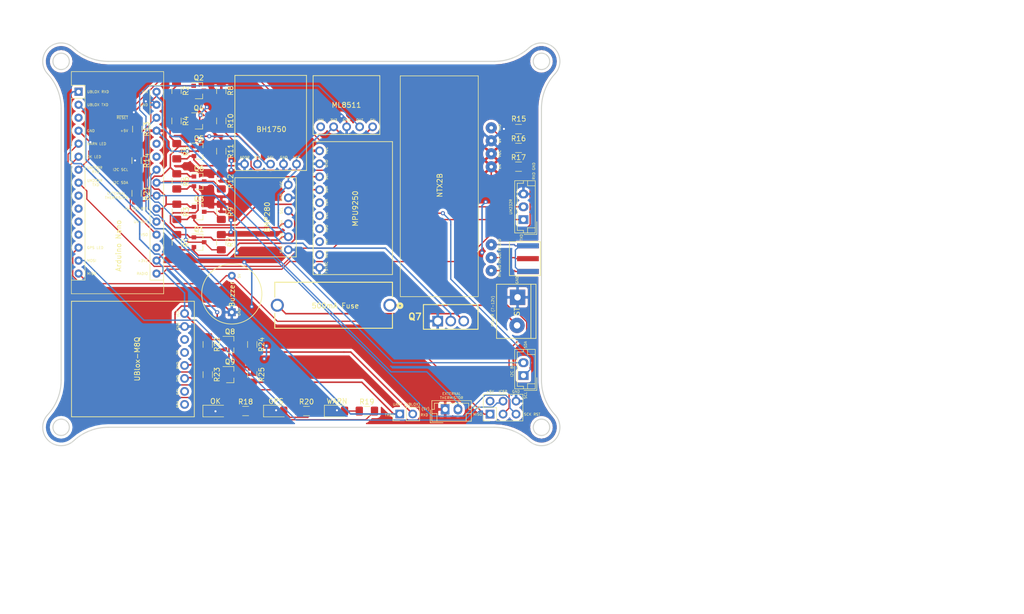
<source format=kicad_pcb>
(kicad_pcb (version 20171130) (host pcbnew "(5.0.0)")
  (layers (0 F.Cu signal) (31 B.Cu signal) (34 B.Paste user) (35 F.Paste user) (36 B.SilkS user) (37 F.SilkS user) (38 B.Mask user) (39 F.Mask user) (44 Edge.Cuts user))
  (net 0 "")
  (net 1 /RST)
  (net 2 /UM232R_RXD)
  (net 3 3V3)
  (net 4 /UM232R_TXD)
  (net 5 5V)
  (net 6 GND)
  (net 7 /V_S_I)
  (net 8 /V_S_O)
  (net 9 /UV_OUT)
  (net 10 /MOSI)
  (net 11 /MISO)
  (net 12 /Thermistor)
  (net 13 /SCK)
  (net 14 /I2C_SDA)
  (net 15 /I2C_SCL)
  (net 16 Ublox_TXD_5V)
  (net 17 Ublox_RXD_5V)
  (net 18 "Net-(D1-Pad2)")
  (net 19 "Net-(D2-Pad2)")
  (net 20 "Net-(D3-Pad2)")
  (net 21 "Net-(F1-Pad1)")
  (net 22 "Net-(F1-Pad2)")
  (net 23 Ublox_RXD_3V3)
  (net 24 BMP280_SCL_3V3)
  (net 25 BMP280_SDA_3V3)
  (net 26 "Net-(Q5-Pad3)")
  (net 27 BH1750_SDA_3V3)
  (net 28 BH1750_SCL_3V3)
  (net 29 MPU9250_SDA_3V3)
  (net 30 MPU9250_SCL_3V3)
  (net 31 Ublox_TXD_3V3)
  (net 32 "Net-(A1-Pad5)")
  (net 33 "Net-(A1-Pad6)")
  (net 34 "Net-(A1-Pad13)")
  (net 35 "Net-(J1-Pad1)")
  (net 36 "Net-(Q2-Pad3)")
  (net 37 "Net-(Q3-Pad3)")
  (net 38 "Net-(R15-Pad1)")
  (net 39 "Net-(U3-Pad1)")
  (net 40 "Net-(U3-Pad2)")
  (module NTX2:NTX2_With_Model (layer F.Cu) (at 127.55 59.5985 90)
    (fp_text reference U4 hide)
    (fp_text value NTX2_With_Model)
    (fp_text user NTX2B (at 0.05 0 90) (layer F.SilkS))
    (fp_text user RFGND (at -11.62 11.7 90) (layer F.SilkS) (effects (font (size 0.5 0.5) (thickness 0.075))))
    (fp_text user RFOut (at -14.16 11.7 90) (layer F.SilkS) (effects (font (size 0.5 0.5) (thickness 0.075))))
    (fp_text user TXD (at 11.32 11.7 90) (layer F.SilkS) (effects (font (size 0.5 0.5) (thickness 0.075))))
    (fp_text user 0V (at 8.78 11.7 90) (layer F.SilkS) (effects (font (size 0.5 0.5) (thickness 0.075))))
    (fp_text user VCC (at 6.24 11.7 90) (layer F.SilkS) (effects (font (size 0.5 0.5) (thickness 0.075))))
    (fp_text user EN (at 3.7 11.7 90) (layer F.SilkS) (effects (font (size 0.5 0.5) (thickness 0.075))))
    (fp_text user RFGND (at -16.7 11.7 90) (layer F.SilkS) (effects (font (size 0.5 0.5) (thickness 0.075))))
    (pad 1 thru_hole circle (at -16.64 10.06 90) (size 2.1844 2.1844) (drill 0.7) (layers *.Cu *.Mask) (net 40 "Net-(U3-Pad2)"))
    (pad 6 thru_hole circle (at 8.76 10.06 90) (size 2.1844 2.1844) (drill 0.7) (layers *.Cu *.Mask) (net 6 GND))
    (pad 5 thru_hole circle (at 6.22 10.06 90) (size 2.1844 2.1844) (drill 0.7) (layers *.Cu *.Mask) (net 5 5V))
    (pad 4 thru_hole circle (at 3.68 10.06 90) (size 2.1844 2.1844) (drill 0.7) (layers *.Cu *.Mask) (net 5 5V))
    (pad 7 thru_hole circle (at 11.3 10.06 90) (size 2.1844 2.1844) (drill 0.7) (layers *.Cu *.Mask) (net 38 "Net-(R15-Pad1)"))
    (pad 3 thru_hole circle (at -11.56 10.06 90) (size 2.1844 2.1844) (drill 0.7) (layers *.Cu *.Mask) (net 40 "Net-(U3-Pad2)"))
    (pad 2 thru_hole circle (at -14.1 10.06 90) (size 2.1844 2.1844) (drill 0.7) (layers *.Cu *.Mask) (net 39 "Net-(U3-Pad1)"))
  )
  (module NTX2:SMA_EDGE (layer F.Cu) (at 146.875 73.4 90)
    (fp_text reference U3 hide)
    (fp_text value SMA_5pin)
    (pad 2 smd rect (at -2.9963 -2.0955 90) (size 1 4.25) (layers F.Cu F.Paste F.Mask) (net 40 "Net-(U3-Pad2)"))
    (pad 2 smd rect (at 2.0163 -2.0955 90) (size 1 4.25) (layers F.Cu F.Paste F.Mask) (net 40 "Net-(U3-Pad2)"))
    (pad 1 smd rect (at -0.49 -2.0955 90) (size 1 4.25) (layers F.Cu F.Paste F.Mask) (net 39 "Net-(U3-Pad1)"))
    (pad 2 smd rect (at -2.9963 -2.0955 90) (size 1 4.25) (layers B.Cu F.Paste F.Mask) (net 40 "Net-(U3-Pad2)"))
    (pad 2 smd rect (at 2.0163 -2.0955 90) (size 1 4.25) (layers B.Cu F.Paste F.Mask) (net 40 "Net-(U3-Pad2)"))
  )
  (module NTX2:ublox_M8Q_with_Model (layer F.Cu) (at 68.275 93.625 90)
    (fp_text reference U7 hide)
    (fp_text value UBlox_MAX8)
    (fp_text user UBlox-M8Q (at 0.1 0.15 90) (layer F.SilkS))
    (fp_text user SDA (at -8.775 8.1 90) (layer F.SilkS) (effects (font (size 0.5 0.5) (thickness 0.075))))
    (fp_text user SCL (at -6.235 8.1 90) (layer F.SilkS) (effects (font (size 0.5 0.5) (thickness 0.075))))
    (fp_text user TXD (at -3.695 8.1 90) (layer F.SilkS) (effects (font (size 0.5 0.5) (thickness 0.075))))
    (fp_text user RXD (at -1.155 8.1 90) (layer F.SilkS) (effects (font (size 0.5 0.5) (thickness 0.075))))
    (fp_text user TP (at 1.385 8.1 90) (layer F.SilkS) (effects (font (size 0.5 0.5) (thickness 0.075))))
    (fp_text user GND (at 6.465 8.1 90) (layer F.SilkS) (effects (font (size 0.5 0.5) (thickness 0.075))))
    (fp_text user VCC (at 9.005 8.1 90) (layer F.SilkS) (effects (font (size 0.5 0.5) (thickness 0.075))))
    (pad 1 thru_hole oval (at -8.775 9.4 90) (size 1.7 1.7) (drill oval 1) (layers *.Cu *.Mask))
    (pad 2 thru_hole oval (at -6.235 9.4 90) (size 1.7 1.7) (drill oval 1) (layers *.Cu *.Mask))
    (pad 3 thru_hole oval (at -3.695 9.4 90) (size 1.7 1.7) (drill oval 1) (layers *.Cu *.Mask) (net 31 Ublox_TXD_3V3))
    (pad 4 thru_hole oval (at -1.155 9.4 90) (size 1.7 1.7) (drill oval 1) (layers *.Cu *.Mask) (net 23 Ublox_RXD_3V3))
    (pad 5 thru_hole oval (at 1.385 9.4 90) (size 1.7 1.7) (drill oval 1) (layers *.Cu *.Mask))
    (pad 6 thru_hole oval (at 3.925 9.4 90) (size 1.7 1.7) (drill oval 1) (layers *.Cu *.Mask))
    (pad 7 thru_hole oval (at 6.465 9.4 90) (size 1.7 1.7) (drill oval 1) (layers *.Cu *.Mask) (net 6 GND))
    (pad 8 thru_hole oval (at 9.005 9.4 90) (size 1.7 1.7) (drill oval 1) (layers *.Cu *.Mask) (net 3 3V3))
  )
  (module NTX2:Arduino_Nano_With_Model (layer F.Cu) (at 56.95 41.25)
    (fp_text reference A1 hide)
    (fp_text value Arduino_Nano_v3.x)
    (pad 1 thru_hole rect (at 0 0) (size 1.6 1.6) (drill 0.8) (layers *.Cu *.Mask) (net 17 Ublox_RXD_5V))
    (pad 17 thru_hole oval (at 15.24 33.02) (size 1.6 1.6) (drill 0.8) (layers *.Cu *.Mask) (net 3 3V3))
    (pad 2 thru_hole oval (at 0 2.54) (size 1.6 1.6) (drill 0.8) (layers *.Cu *.Mask) (net 16 Ublox_TXD_5V))
    (pad 18 thru_hole oval (at 15.24 30.48) (size 1.6 1.6) (drill 0.8) (layers *.Cu *.Mask))
    (pad 3 thru_hole oval (at 0 5.08) (size 1.6 1.6) (drill 0.8) (layers *.Cu *.Mask))
    (pad 19 thru_hole oval (at 15.24 27.94) (size 1.6 1.6) (drill 0.8) (layers *.Cu *.Mask) (net 8 /V_S_O))
    (pad 4 thru_hole oval (at 0 7.62) (size 1.6 1.6) (drill 0.8) (layers *.Cu *.Mask) (net 6 GND))
    (pad 20 thru_hole oval (at 15.24 25.4) (size 1.6 1.6) (drill 0.8) (layers *.Cu *.Mask) (net 9 /UV_OUT))
    (pad 5 thru_hole oval (at 0 10.16) (size 1.6 1.6) (drill 0.8) (layers *.Cu *.Mask) (net 32 "Net-(A1-Pad5)"))
    (pad 21 thru_hole oval (at 15.24 22.86) (size 1.6 1.6) (drill 0.8) (layers *.Cu *.Mask) (net 3 3V3))
    (pad 6 thru_hole oval (at 0 12.7) (size 1.6 1.6) (drill 0.8) (layers *.Cu *.Mask) (net 33 "Net-(A1-Pad6)"))
    (pad 22 thru_hole oval (at 15.24 20.32) (size 1.6 1.6) (drill 0.8) (layers *.Cu *.Mask) (net 12 /Thermistor))
    (pad 7 thru_hole oval (at 0 15.24) (size 1.6 1.6) (drill 0.8) (layers *.Cu *.Mask) (net 2 /UM232R_RXD))
    (pad 23 thru_hole oval (at 15.24 17.78) (size 1.6 1.6) (drill 0.8) (layers *.Cu *.Mask) (net 14 /I2C_SDA))
    (pad 8 thru_hole oval (at 0 17.78) (size 1.6 1.6) (drill 0.8) (layers *.Cu *.Mask) (net 4 /UM232R_TXD))
    (pad 24 thru_hole oval (at 15.24 15.24) (size 1.6 1.6) (drill 0.8) (layers *.Cu *.Mask) (net 15 /I2C_SCL))
    (pad 9 thru_hole oval (at 0 20.32) (size 1.6 1.6) (drill 0.8) (layers *.Cu *.Mask))
    (pad 25 thru_hole oval (at 15.24 12.7) (size 1.6 1.6) (drill 0.8) (layers *.Cu *.Mask))
    (pad 10 thru_hole oval (at 0 22.86) (size 1.6 1.6) (drill 0.8) (layers *.Cu *.Mask))
    (pad 26 thru_hole oval (at 15.24 10.16) (size 1.6 1.6) (drill 0.8) (layers *.Cu *.Mask))
    (pad 11 thru_hole oval (at 0 25.4) (size 1.6 1.6) (drill 0.8) (layers *.Cu *.Mask))
    (pad 27 thru_hole oval (at 15.24 7.62) (size 1.6 1.6) (drill 0.8) (layers *.Cu *.Mask) (net 5 5V))
    (pad 12 thru_hole oval (at 0 27.94) (size 1.6 1.6) (drill 0.8) (layers *.Cu *.Mask))
    (pad 28 thru_hole oval (at 15.24 5.08) (size 1.6 1.6) (drill 0.8) (layers *.Cu *.Mask) (net 1 /RST))
    (pad 13 thru_hole oval (at 0 30.48) (size 1.6 1.6) (drill 0.8) (layers *.Cu *.Mask) (net 34 "Net-(A1-Pad13)"))
    (pad 29 thru_hole oval (at 15.24 2.54) (size 1.6 1.6) (drill 0.8) (layers *.Cu *.Mask) (net 6 GND))
    (pad 14 thru_hole oval (at 0 33.02) (size 1.6 1.6) (drill 0.8) (layers *.Cu *.Mask) (net 10 /MOSI))
    (pad 30 thru_hole oval (at 15.24 0) (size 1.6 1.6) (drill 0.8) (layers *.Cu *.Mask) (net 7 /V_S_I))
    (pad 15 thru_hole oval (at 0 35.56) (size 1.6 1.6) (drill 0.8) (layers *.Cu *.Mask) (net 11 /MISO))
    (pad 16 thru_hole oval (at 15.24 35.56) (size 1.6 1.6) (drill 0.8) (layers *.Cu *.Mask) (net 13 /SCK))
  )
  (module NTX2:5V_Buzzer (layer F.Cu) (at 86.9 80.8 270)
    (fp_text reference BZ1 hide)
    (fp_text value Buzzer)
    (fp_text user GND (at 3.53 -1.46 270) (layer F.SilkS) (effects (font (size 0.5 0.5) (thickness 0.075))))
    (fp_text user 5V (at -3.52 -1.46 270) (layer F.SilkS) (effects (font (size 0.5 0.5) (thickness 0.075))))
    (pad 2 thru_hole rect (at 3.575 0 270) (size 1.524 1.524) (drill 0.762) (layers *.Cu *.Mask) (net 6 GND))
    (pad 1 thru_hole circle (at -3.575 0 270) (size 1.524 1.524) (drill 0.762) (layers *.Cu *.Mask) (net 11 /MISO))
  )
  (module NTX2:BMP280 (layer F.Cu) (at 93.9 65.75 90)
    (fp_text reference U5 hide)
    (fp_text value BMP280)
    (fp_text user VCC (at 6.35 2.7 90) (layer F.SilkS) (effects (font (size 0.5 0.5) (thickness 0.075))))
    (fp_text user GND (at 3.81 2.7 90) (layer F.SilkS) (effects (font (size 0.5 0.5) (thickness 0.075))))
    (fp_text user SCL (at 1.27 2.7 90) (layer F.SilkS) (effects (font (size 0.5 0.5) (thickness 0.075))))
    (fp_text user SDA (at -1.27 2.7 90) (layer F.SilkS) (effects (font (size 0.5 0.5) (thickness 0.075))))
    (fp_text user CSB (at -3.81 2.7 90) (layer F.SilkS) (effects (font (size 0.5 0.5) (thickness 0.075))))
    (fp_text user SDO (at -6.35 2.7 90) (layer F.SilkS) (effects (font (size 0.5 0.5) (thickness 0.075))))
    (fp_text user BMP280 (at -0.025 -0.075 90) (layer F.SilkS))
    (pad 1 thru_hole oval (at 6.3 4.05 90) (size 1.7 1.7) (drill 1) (layers *.Cu *.Mask) (net 3 3V3))
    (pad 2 thru_hole oval (at 3.76 4.05 90) (size 1.7 1.7) (drill 1) (layers *.Cu *.Mask) (net 6 GND))
    (pad 3 thru_hole oval (at 1.22 4.05 90) (size 1.7 1.7) (drill 1) (layers *.Cu *.Mask) (net 24 BMP280_SCL_3V3))
    (pad 4 thru_hole oval (at -1.32 4.05 90) (size 1.7 1.7) (drill 1) (layers *.Cu *.Mask) (net 25 BMP280_SDA_3V3))
    (pad 5 thru_hole oval (at -3.86 4.05 90) (size 1.7 1.7) (drill 1) (layers *.Cu *.Mask) (net 3 3V3))
    (pad 6 thru_hole oval (at -6.4 4.05 90) (size 1.7 1.7) (drill 1) (layers *.Cu *.Mask) (net 6 GND))
  )
  (module NTX2:MPU_9250 (layer F.Cu) (at 111.05 64.1 270)
    (fp_text reference U6 hide)
    (fp_text value MPU_9250)
    (fp_text user MPU9250 (at 0 0 270) (layer F.SilkS))
    (fp_text user FSYNC (at 11.51 5.65 270) (layer F.SilkS) (effects (font (size 0.5 0.5) (thickness 0.075))))
    (fp_text user NCS (at 8.97 5.65 270) (layer F.SilkS) (effects (font (size 0.5 0.5) (thickness 0.075))))
    (fp_text user INT (at 6.43 5.65 270) (layer F.SilkS) (effects (font (size 0.5 0.5) (thickness 0.075))))
    (fp_text user ADO (at 3.89 5.65 270) (layer F.SilkS) (effects (font (size 0.5 0.5) (thickness 0.075))))
    (fp_text user ECL (at 1.35 5.65 270) (layer F.SilkS) (effects (font (size 0.5 0.5) (thickness 0.075))))
    (fp_text user EDA (at -1.19 5.65 270) (layer F.SilkS) (effects (font (size 0.5 0.5) (thickness 0.075))))
    (fp_text user SDA (at -3.73 5.65 270) (layer F.SilkS) (effects (font (size 0.5 0.5) (thickness 0.075))))
    (fp_text user SCL (at -6.27 5.65 270) (layer F.SilkS) (effects (font (size 0.5 0.5) (thickness 0.075))))
    (fp_text user GND (at -8.81 5.65 270) (layer F.SilkS) (effects (font (size 0.5 0.5) (thickness 0.075))))
    (fp_text user VCC (at -11.35 5.65 270) (layer F.SilkS) (effects (font (size 0.5 0.5) (thickness 0.075))))
    (pad 1 thru_hole oval (at -11.31 7 270) (size 1.7 1.7) (drill 1) (layers *.Cu *.Mask) (net 5 5V))
    (pad 2 thru_hole oval (at -8.77 7 270) (size 1.7 1.7) (drill 1) (layers *.Cu *.Mask) (net 6 GND))
    (pad 3 thru_hole oval (at -6.23 7 270) (size 1.7 1.7) (drill 1) (layers *.Cu *.Mask) (net 30 MPU9250_SCL_3V3))
    (pad 4 thru_hole oval (at -3.69 7 270) (size 1.7 1.7) (drill 1) (layers *.Cu *.Mask) (net 29 MPU9250_SDA_3V3))
    (pad 5 thru_hole oval (at -1.15 7 270) (size 1.7 1.7) (drill 1) (layers *.Cu *.Mask))
    (pad 6 thru_hole oval (at 1.39 7 270) (size 1.7 1.7) (drill 1) (layers *.Cu *.Mask))
    (pad 7 thru_hole oval (at 3.93 7 270) (size 1.7 1.7) (drill 1) (layers *.Cu *.Mask))
    (pad 8 thru_hole oval (at 6.47 7 270) (size 1.7 1.7) (drill 1) (layers *.Cu *.Mask))
    (pad 9 thru_hole oval (at 9.01 7 270) (size 1.7 1.7) (drill 1) (layers *.Cu *.Mask))
    (pad 10 thru_hole oval (at 11.55 7 270) (size 1.7 1.7) (drill 1) (layers *.Cu *.Mask) (net 6 GND))
  )
  (module NTX2:BH1750 (layer F.Cu) (at 94.75 46.85)
    (fp_text reference U2 hide)
    (fp_text value BH1750)
    (fp_text user VCC (at 4.86 7.25) (layer F.SilkS) (effects (font (size 0.5 0.5) (thickness 0.075))))
    (fp_text user GND (at 2.32 7.25) (layer F.SilkS) (effects (font (size 0.5 0.5) (thickness 0.075))))
    (fp_text user SCL (at -0.22 7.25) (layer F.SilkS) (effects (font (size 0.5 0.5) (thickness 0.075))))
    (fp_text user SDA (at -2.76 7.25) (layer F.SilkS) (effects (font (size 0.5 0.5) (thickness 0.075))))
    (fp_text user ADDR (at -5.3 7.25) (layer F.SilkS) (effects (font (size 0.5 0.5) (thickness 0.075))))
    (fp_text user BH1750 (at -0.1 1.75) (layer F.SilkS))
    (pad 5 thru_hole oval (at -5.36 8.55) (size 1.7 1.7) (drill 1) (layers *.Cu *.Mask Dwgs.User) (net 6 GND))
    (pad 4 thru_hole oval (at -2.82 8.55) (size 1.7 1.7) (drill 1) (layers *.Cu *.Mask Dwgs.User) (net 27 BH1750_SDA_3V3))
    (pad 3 thru_hole oval (at -0.28 8.55) (size 1.7 1.7) (drill 1) (layers *.Cu *.Mask Dwgs.User) (net 28 BH1750_SCL_3V3))
    (pad 2 thru_hole oval (at 2.26 8.55) (size 1.7 1.7) (drill 1) (layers *.Cu *.Mask Dwgs.User) (net 6 GND))
    (pad 1 thru_hole oval (at 4.8 8.55) (size 1.7 1.7) (drill 1) (layers *.Cu *.Mask Dwgs.User) (net 3 3V3))
  )
  (module NTX2:ML8511 (layer F.Cu) (at 109.275 43.85)
    (fp_text reference U1 hide)
    (fp_text value ML8511)
    (fp_text user EN (at 5.16 2.95) (layer F.SilkS) (effects (font (size 0.5 0.5) (thickness 0.075))))
    (fp_text user OUT (at 2.62 2.95) (layer F.SilkS) (effects (font (size 0.5 0.5) (thickness 0.075))))
    (fp_text user GND (at 0.08 2.95) (layer F.SilkS) (effects (font (size 0.5 0.5) (thickness 0.075))))
    (fp_text user 3V3 (at -2.46 2.95) (layer F.SilkS) (effects (font (size 0.5 0.5) (thickness 0.075))))
    (fp_text user VIN (at -5 2.95) (layer F.SilkS) (effects (font (size 0.5 0.5) (thickness 0.075))))
    (fp_text user ML8511 (at 0.025 0) (layer F.SilkS))
    (pad 1 thru_hole oval (at -5.01 4.25) (size 1.7 1.7) (drill 1) (layers *.Cu *.Mask))
    (pad 2 thru_hole oval (at -2.47 4.25) (size 1.7 1.7) (drill 1) (layers *.Cu *.Mask) (net 3 3V3))
    (pad 3 thru_hole oval (at 0.07 4.25) (size 1.7 1.7) (drill 1) (layers *.Cu *.Mask) (net 6 GND))
    (pad 4 thru_hole oval (at 2.61 4.25) (size 1.7 1.7) (drill 1) (layers *.Cu *.Mask) (net 9 /UV_OUT))
    (pad 5 thru_hole oval (at 5.15 4.25) (size 1.7 1.7) (drill 1) (layers *.Cu *.Mask) (net 3 3V3))
  )
  (module NTX2:TO254P483X1016X2261-3P (layer F.Cu) (at 127.15 86.1)
    (fp_text reference Q7 (at -4.45 -0.85) (layer F.SilkS) (effects (font (size 1.27 1.27) (thickness 0.254))))
    (fp_text value FQP47P06 hide)
    (pad 3 thru_hole circle (at 5.08 0) (size 2.085 2.085) (drill 1.39) (layers *.Cu *.Mask) (net 22 "Net-(F1-Pad2)"))
    (pad 2 thru_hole circle (at 2.54 0) (size 2.085 2.085) (drill 1.39) (layers *.Cu *.Mask) (net 7 /V_S_I))
    (pad 1 thru_hole rect (at 0 0) (size 2.085 2.085) (drill 1.39) (layers *.Cu *.Mask) (net 6 GND))
  )
  (module LED_SMD:LED_1206_3216Metric_Pad1.42x1.75mm_HandSolder (layer F.Cu) (at 83.7125 103.7)
    (fp_text reference D1 hide)
    (fp_text value OK_LED)
    (pad 1 smd roundrect (at -1.4875 0) (size 1.425 1.75) (layers F.Cu F.Paste F.Mask) (roundrect_rratio 0.175439) (net 6 GND))
    (pad 2 smd roundrect (at 1.4875 0) (size 1.425 1.75) (layers F.Cu F.Paste F.Mask) (roundrect_rratio 0.175439) (net 18 "Net-(D1-Pad2)"))
  )
  (module LED_SMD:LED_1206_3216Metric_Pad1.42x1.75mm_HandSolder (layer F.Cu) (at 95.5625 103.7)
    (fp_text reference D2 hide)
    (fp_text value GPS_LOCK)
    (pad 2 smd roundrect (at 1.4875 0) (size 1.425 1.75) (layers F.Cu F.Paste F.Mask) (roundrect_rratio 0.175439) (net 19 "Net-(D2-Pad2)"))
    (pad 1 smd roundrect (at -1.4875 0) (size 1.425 1.75) (layers F.Cu F.Paste F.Mask) (roundrect_rratio 0.175439) (net 6 GND))
  )
  (module LED_SMD:LED_1206_3216Metric_Pad1.42x1.75mm_HandSolder (layer F.Cu) (at 107.45 103.7)
    (fp_text reference D3 hide)
    (fp_text value WARN_LED)
    (pad 1 smd roundrect (at -1.4875 0) (size 1.425 1.75) (layers F.Cu F.Paste F.Mask) (roundrect_rratio 0.175439) (net 6 GND))
    (pad 2 smd roundrect (at 1.4875 0) (size 1.425 1.75) (layers F.Cu F.Paste F.Mask) (roundrect_rratio 0.175439) (net 20 "Net-(D3-Pad2)"))
  )
  (module NTX2:MC000827 (layer F.Cu) (at 106.8 83 180)
    (fp_text reference F1 hide)
    (fp_text value "500mA Fuse" hide)
    (pad 2 thru_hole circle (at 11 0 180) (size 2.55 2.55) (drill 1.76) (layers *.Cu *.Mask) (net 22 "Net-(F1-Pad2)"))
    (pad 1 thru_hole circle (at -11 0 180) (size 2.55 2.55) (drill 1.76) (layers *.Cu *.Mask) (net 21 "Net-(F1-Pad1)"))
  )
  (module Connector_JST:JST_EH_B02B-EH-A_1x02_P2.50mm_Vertical (layer F.Cu) (at 143.9 96.75 90)
    (fp_text reference J1 hide)
    (fp_text value Conn_01x02)
    (pad 2 thru_hole oval (at 2.5 0 90) (size 1.7 2) (drill 1) (layers *.Cu *.Mask) (net 14 /I2C_SDA))
    (pad 1 thru_hole rect (at 0 0 90) (size 1.7 2) (drill 1) (layers *.Cu *.Mask) (net 35 "Net-(J1-Pad1)"))
  )
  (module Connector_PinHeader_2.54mm:PinHeader_1x02_P2.54mm_Vertical (layer F.Cu) (at 119.725 104.275 90)
    (fp_text reference J2 hide)
    (fp_text value Conn_01x02)
    (pad 1 thru_hole rect (at 0 0 90) (size 1.7 1.7) (drill 1) (layers *.Cu *.Mask) (net 16 Ublox_TXD_5V))
    (pad 2 thru_hole oval (at 0 2.54 90) (size 1.7 1.7) (drill 1) (layers *.Cu *.Mask) (net 17 Ublox_RXD_5V))
  )
  (module NTX2:2_Pin_Screw_Terminal (layer F.Cu) (at 142.65 84.2 90)
    (fp_text reference J3 hide)
    (fp_text value Screw_Terminal_01x02)
    (fp_text user ST (at -0.05 0 270) (layer F.SilkS))
    (pad 1 thru_hole circle (at -2.75 0 90) (size 3 3) (drill 1.25) (layers *.Cu *.Mask) (net 21 "Net-(F1-Pad1)"))
    (pad 2 thru_hole rect (at 2.75 0.1 90) (size 3 3) (drill 1.25) (layers *.Cu *.Mask) (net 6 GND))
  )
  (module Connector_JST:JST_EH_B02B-EH-A_1x02_P2.50mm_Vertical (layer F.Cu) (at 128.6 103.375)
    (fp_text reference J4 hide)
    (fp_text value Conn_01x02)
    (pad 1 thru_hole rect (at 0 0) (size 1.7 2) (drill 1) (layers *.Cu *.Mask) (net 5 5V))
    (pad 2 thru_hole oval (at 2.5 0) (size 1.7 2) (drill 1) (layers *.Cu *.Mask) (net 12 /Thermistor))
  )
  (module Connector_JST:JST_EH_B03B-EH-A_1x03_P2.50mm_Vertical (layer F.Cu) (at 143.9 66.25 90)
    (fp_text reference J5 hide)
    (fp_text value Conn_01x03)
    (pad 1 thru_hole rect (at 0 0 90) (size 1.7 1.95) (drill 0.95) (layers *.Cu *.Mask) (net 4 /UM232R_TXD))
    (pad 2 thru_hole oval (at 2.5 0 90) (size 1.7 1.95) (drill 0.95) (layers *.Cu *.Mask) (net 2 /UM232R_RXD))
    (pad 3 thru_hole oval (at 5 0 90) (size 1.7 1.95) (drill 0.95) (layers *.Cu *.Mask) (net 6 GND))
  )
  (module Connector_PinHeader_2.54mm:PinHeader_2x03_P2.54mm_Vertical (layer F.Cu) (at 137.375 104.3 90)
    (fp_text reference J6 hide)
    (fp_text value Conn_02x03_Odd_Even)
    (pad 1 thru_hole rect (at 0 0 90) (size 1.7 1.7) (drill 1) (layers *.Cu *.Mask) (net 11 /MISO))
    (pad 2 thru_hole oval (at 2.54 0 90) (size 1.7 1.7) (drill 1) (layers *.Cu *.Mask))
    (pad 3 thru_hole oval (at 0 2.54 90) (size 1.7 1.7) (drill 1) (layers *.Cu *.Mask) (net 13 /SCK))
    (pad 4 thru_hole oval (at 2.54 2.54 90) (size 1.7 1.7) (drill 1) (layers *.Cu *.Mask) (net 10 /MOSI))
    (pad 5 thru_hole oval (at 0 5.08 90) (size 1.7 1.7) (drill 1) (layers *.Cu *.Mask) (net 1 /RST))
    (pad 6 thru_hole oval (at 2.54 5.08 90) (size 1.7 1.7) (drill 1) (layers *.Cu *.Mask) (net 6 GND))
  )
  (module Package_TO_SOT_SMD:SOT-23 (layer F.Cu) (at 80.5 70.675)
    (fp_text reference Q1 (at 0 -2.5) (layer F.SilkS))
    (fp_text value BSS138)
    (pad 1 smd rect (at -1 -0.95) (size 0.9 0.8) (layers F.Cu F.Paste F.Mask) (net 3 3V3))
    (pad 2 smd rect (at -1 0.95) (size 0.9 0.8) (layers F.Cu F.Paste F.Mask) (net 24 BMP280_SCL_3V3))
    (pad 3 smd rect (at 1 0) (size 0.9 0.8) (layers F.Cu F.Paste F.Mask) (net 15 /I2C_SCL))
  )
  (module Package_TO_SOT_SMD:SOT-23 (layer F.Cu) (at 80.45 41.025)
    (fp_text reference Q2 (at 0 -2.5) (layer F.SilkS))
    (fp_text value BSS138)
    (pad 1 smd rect (at -1 -0.95) (size 0.9 0.8) (layers F.Cu F.Paste F.Mask) (net 3 3V3))
    (pad 2 smd rect (at -1 0.95) (size 0.9 0.8) (layers F.Cu F.Paste F.Mask) (net 27 BH1750_SDA_3V3))
    (pad 3 smd rect (at 1 0) (size 0.9 0.8) (layers F.Cu F.Paste F.Mask) (net 36 "Net-(Q2-Pad3)"))
  )
  (module Package_TO_SOT_SMD:SOT-23 (layer F.Cu) (at 80.5083 64.7276)
    (fp_text reference Q3 (at 0 -2.5) (layer F.SilkS))
    (fp_text value BSS138)
    (pad 3 smd rect (at 1 0) (size 0.9 0.8) (layers F.Cu F.Paste F.Mask) (net 37 "Net-(Q3-Pad3)"))
    (pad 2 smd rect (at -1 0.95) (size 0.9 0.8) (layers F.Cu F.Paste F.Mask) (net 29 MPU9250_SDA_3V3))
    (pad 1 smd rect (at -1 -0.95) (size 0.9 0.8) (layers F.Cu F.Paste F.Mask) (net 3 3V3))
  )
  (module Package_TO_SOT_SMD:SOT-23 (layer F.Cu) (at 80.4414 46.9513)
    (fp_text reference Q4 (at 0 -2.5) (layer F.SilkS))
    (fp_text value BSS138)
    (pad 3 smd rect (at 1 0) (size 0.9 0.8) (layers F.Cu F.Paste F.Mask) (net 35 "Net-(J1-Pad1)"))
    (pad 2 smd rect (at -1 0.95) (size 0.9 0.8) (layers F.Cu F.Paste F.Mask) (net 28 BH1750_SCL_3V3))
    (pad 1 smd rect (at -1 -0.95) (size 0.9 0.8) (layers F.Cu F.Paste F.Mask) (net 3 3V3))
  )
  (module Package_TO_SOT_SMD:SOT-23 (layer F.Cu) (at 80.5 52.875)
    (fp_text reference Q5 (at 0 -2.5) (layer F.SilkS))
    (fp_text value BSS138)
    (pad 3 smd rect (at 1 0) (size 0.9 0.8) (layers F.Cu F.Paste F.Mask) (net 26 "Net-(Q5-Pad3)"))
    (pad 2 smd rect (at -1 0.95) (size 0.9 0.8) (layers F.Cu F.Paste F.Mask) (net 30 MPU9250_SCL_3V3))
    (pad 1 smd rect (at -1 -0.95) (size 0.9 0.8) (layers F.Cu F.Paste F.Mask) (net 3 3V3))
  )
  (module Package_TO_SOT_SMD:SOT-23 (layer F.Cu) (at 80.5 58.775)
    (fp_text reference Q6 (at 0 -2.5) (layer F.SilkS))
    (fp_text value BSS138)
    (pad 1 smd rect (at -1 -0.95) (size 0.9 0.8) (layers F.Cu F.Paste F.Mask) (net 3 3V3))
    (pad 2 smd rect (at -1 0.95) (size 0.9 0.8) (layers F.Cu F.Paste F.Mask) (net 25 BMP280_SDA_3V3))
    (pad 3 smd rect (at 1 0) (size 0.9 0.8) (layers F.Cu F.Paste F.Mask) (net 14 /I2C_SDA))
  )
  (module Package_TO_SOT_SMD:SOT-23 (layer F.Cu) (at 86.55 90.675)
    (fp_text reference Q8 (at 0 -2.5) (layer F.SilkS))
    (fp_text value BSS138)
    (pad 1 smd rect (at -1 -0.95) (size 0.9 0.8) (layers F.Cu F.Paste F.Mask) (net 3 3V3))
    (pad 2 smd rect (at -1 0.95) (size 0.9 0.8) (layers F.Cu F.Paste F.Mask) (net 23 Ublox_RXD_3V3))
    (pad 3 smd rect (at 1 0) (size 0.9 0.8) (layers F.Cu F.Paste F.Mask) (net 17 Ublox_RXD_5V))
  )
  (module Package_TO_SOT_SMD:SOT-23 (layer F.Cu) (at 86.55 96.575)
    (fp_text reference Q9 (at 0 -2.5) (layer F.SilkS))
    (fp_text value BSS138)
    (pad 3 smd rect (at 1 0) (size 0.9 0.8) (layers F.Cu F.Paste F.Mask) (net 16 Ublox_TXD_5V))
    (pad 2 smd rect (at -1 0.95) (size 0.9 0.8) (layers F.Cu F.Paste F.Mask) (net 31 Ublox_TXD_3V3))
    (pad 1 smd rect (at -1 -0.95) (size 0.9 0.8) (layers F.Cu F.Paste F.Mask) (net 3 3V3))
  )
  (module Resistor_SMD:R_1206_3216Metric_Pad1.42x1.75mm_HandSolder (layer F.Cu) (at 76.15 70.675 270)
    (fp_text reference R1 (at 0 -1.82 270) (layer F.SilkS))
    (fp_text value 10K)
    (pad 1 smd roundrect (at -1.4875 0 270) (size 1.425 1.75) (layers F.Cu F.Paste F.Mask) (roundrect_rratio 0.175439) (net 3 3V3))
    (pad 2 smd roundrect (at 1.4875 0 270) (size 1.425 1.75) (layers F.Cu F.Paste F.Mask) (roundrect_rratio 0.175439) (net 24 BMP280_SCL_3V3))
  )
  (module Resistor_SMD:R_1206_3216Metric_Pad1.42x1.75mm_HandSolder (layer F.Cu) (at 76.1 41.025 270)
    (fp_text reference R2 (at 0 -1.82 270) (layer F.SilkS))
    (fp_text value 10K)
    (pad 1 smd roundrect (at -1.4875 0 270) (size 1.425 1.75) (layers F.Cu F.Paste F.Mask) (roundrect_rratio 0.175439) (net 3 3V3))
    (pad 2 smd roundrect (at 1.4875 0 270) (size 1.425 1.75) (layers F.Cu F.Paste F.Mask) (roundrect_rratio 0.175439) (net 27 BH1750_SDA_3V3))
  )
  (module Resistor_SMD:R_1206_3216Metric_Pad1.42x1.75mm_HandSolder (layer F.Cu) (at 76.1583 64.7276 270)
    (fp_text reference R3 (at 0 -1.82 270) (layer F.SilkS))
    (fp_text value 10K)
    (pad 1 smd roundrect (at -1.4875 0 270) (size 1.425 1.75) (layers F.Cu F.Paste F.Mask) (roundrect_rratio 0.175439) (net 3 3V3))
    (pad 2 smd roundrect (at 1.4875 0 270) (size 1.425 1.75) (layers F.Cu F.Paste F.Mask) (roundrect_rratio 0.175439) (net 29 MPU9250_SDA_3V3))
  )
  (module Resistor_SMD:R_1206_3216Metric_Pad1.42x1.75mm_HandSolder (layer F.Cu) (at 76.0914 46.9513 270)
    (fp_text reference R4 (at 0 -1.82 270) (layer F.SilkS))
    (fp_text value 10K)
    (pad 2 smd roundrect (at 1.4875 0 270) (size 1.425 1.75) (layers F.Cu F.Paste F.Mask) (roundrect_rratio 0.175439) (net 28 BH1750_SCL_3V3))
    (pad 1 smd roundrect (at -1.4875 0 270) (size 1.425 1.75) (layers F.Cu F.Paste F.Mask) (roundrect_rratio 0.175439) (net 3 3V3))
  )
  (module Resistor_SMD:R_1206_3216Metric_Pad1.42x1.75mm_HandSolder (layer F.Cu) (at 76.15 52.875 270)
    (fp_text reference R5 (at 0 -1.82 270) (layer F.SilkS))
    (fp_text value 10K)
    (pad 1 smd roundrect (at -1.4875 0 270) (size 1.425 1.75) (layers F.Cu F.Paste F.Mask) (roundrect_rratio 0.175439) (net 3 3V3))
    (pad 2 smd roundrect (at 1.4875 0 270) (size 1.425 1.75) (layers F.Cu F.Paste F.Mask) (roundrect_rratio 0.175439) (net 30 MPU9250_SCL_3V3))
  )
  (module Resistor_SMD:R_1206_3216Metric_Pad1.42x1.75mm_HandSolder (layer F.Cu) (at 76.15 58.775 270)
    (fp_text reference R6 (at 0 -1.82 270) (layer F.SilkS))
    (fp_text value 10K)
    (pad 1 smd roundrect (at -1.4875 0 270) (size 1.425 1.75) (layers F.Cu F.Paste F.Mask) (roundrect_rratio 0.175439) (net 3 3V3))
    (pad 2 smd roundrect (at 1.4875 0 270) (size 1.425 1.75) (layers F.Cu F.Paste F.Mask) (roundrect_rratio 0.175439) (net 25 BMP280_SDA_3V3))
  )
  (module Resistor_SMD:R_1206_3216Metric_Pad1.42x1.75mm_HandSolder (layer F.Cu) (at 84.85 70.675 270)
    (fp_text reference R7 (at 0 -1.82 270) (layer F.SilkS))
    (fp_text value 10K)
    (pad 2 smd roundrect (at 1.4875 0 270) (size 1.425 1.75) (layers F.Cu F.Paste F.Mask) (roundrect_rratio 0.175439) (net 15 /I2C_SCL))
    (pad 1 smd roundrect (at -1.4875 0 270) (size 1.425 1.75) (layers F.Cu F.Paste F.Mask) (roundrect_rratio 0.175439) (net 5 5V))
  )
  (module Resistor_SMD:R_1206_3216Metric_Pad1.42x1.75mm_HandSolder (layer F.Cu) (at 84.85 41.025 270)
    (fp_text reference R8 (at 0 -1.82 270) (layer F.SilkS))
    (fp_text value 10K)
    (pad 2 smd roundrect (at 1.4875 0 270) (size 1.425 1.75) (layers F.Cu F.Paste F.Mask) (roundrect_rratio 0.175439) (net 36 "Net-(Q2-Pad3)"))
    (pad 1 smd roundrect (at -1.4875 0 270) (size 1.425 1.75) (layers F.Cu F.Paste F.Mask) (roundrect_rratio 0.175439) (net 5 5V))
  )
  (module Resistor_SMD:R_1206_3216Metric_Pad1.42x1.75mm_HandSolder (layer F.Cu) (at 84.85 64.7276 270)
    (fp_text reference R9 (at 0 -1.82 270) (layer F.SilkS))
    (fp_text value 10K)
    (pad 2 smd roundrect (at 1.4875 0 270) (size 1.425 1.75) (layers F.Cu F.Paste F.Mask) (roundrect_rratio 0.175439) (net 37 "Net-(Q3-Pad3)"))
    (pad 1 smd roundrect (at -1.4875 0 270) (size 1.425 1.75) (layers F.Cu F.Paste F.Mask) (roundrect_rratio 0.175439) (net 5 5V))
  )
  (module Resistor_SMD:R_1206_3216Metric_Pad1.42x1.75mm_HandSolder (layer F.Cu) (at 84.85 46.9513 270)
    (fp_text reference R10 (at 0 -1.82 270) (layer F.SilkS))
    (fp_text value 10K)
    (pad 2 smd roundrect (at 1.4875 0 270) (size 1.425 1.75) (layers F.Cu F.Paste F.Mask) (roundrect_rratio 0.175439) (net 35 "Net-(J1-Pad1)"))
    (pad 1 smd roundrect (at -1.4875 0 270) (size 1.425 1.75) (layers F.Cu F.Paste F.Mask) (roundrect_rratio 0.175439) (net 5 5V))
  )
  (module Resistor_SMD:R_1206_3216Metric_Pad1.42x1.75mm_HandSolder (layer F.Cu) (at 84.85 52.875 270)
    (fp_text reference R11 (at 0 -1.82 270) (layer F.SilkS))
    (fp_text value 10K)
    (pad 2 smd roundrect (at 1.4875 0 270) (size 1.425 1.75) (layers F.Cu F.Paste F.Mask) (roundrect_rratio 0.175439) (net 26 "Net-(Q5-Pad3)"))
    (pad 1 smd roundrect (at -1.4875 0 270) (size 1.425 1.75) (layers F.Cu F.Paste F.Mask) (roundrect_rratio 0.175439) (net 5 5V))
  )
  (module Resistor_SMD:R_1206_3216Metric_Pad1.42x1.75mm_HandSolder (layer F.Cu) (at 84.85 58.775 270)
    (fp_text reference R12 (at 0 -1.82 270) (layer F.SilkS))
    (fp_text value 10K)
    (pad 1 smd roundrect (at -1.4875 0 270) (size 1.425 1.75) (layers F.Cu F.Paste F.Mask) (roundrect_rratio 0.175439) (net 5 5V))
    (pad 2 smd roundrect (at 1.4875 0 270) (size 1.425 1.75) (layers F.Cu F.Paste F.Mask) (roundrect_rratio 0.175439) (net 14 /I2C_SDA))
  )
  (module Resistor_SMD:R_1206_3216Metric_Pad1.42x1.75mm_HandSolder (layer F.Cu) (at 68.425 48.55 270)
    (fp_text reference R13 (at 0 -1.82 270) (layer F.SilkS))
    (fp_text value 30K)
    (pad 1 smd roundrect (at -1.4875 0 270) (size 1.425 1.75) (layers F.Cu F.Paste F.Mask) (roundrect_rratio 0.175439) (net 8 /V_S_O))
    (pad 2 smd roundrect (at 1.4875 0 270) (size 1.425 1.75) (layers F.Cu F.Paste F.Mask) (roundrect_rratio 0.175439) (net 7 /V_S_I))
  )
  (module Resistor_SMD:R_1206_3216Metric_Pad1.42x1.75mm_HandSolder (layer F.Cu) (at 68.2941 54.7 270)
    (fp_text reference R14 (at 0 -1.9509 270) (layer F.SilkS))
    (fp_text value 7.5K)
    (pad 1 smd roundrect (at -1.4875 0 270) (size 1.425 1.75) (layers F.Cu F.Paste F.Mask) (roundrect_rratio 0.175439) (net 8 /V_S_O))
    (pad 2 smd roundrect (at 1.4875 0 270) (size 1.425 1.75) (layers F.Cu F.Paste F.Mask) (roundrect_rratio 0.175439) (net 6 GND))
  )
  (module Resistor_SMD:R_1206_3216Metric_Pad1.42x1.75mm_HandSolder (layer F.Cu) (at 142.938 48.55 180)
    (fp_text reference R15 (at -0.05 2 180) (layer F.SilkS))
    (fp_text value 4K7)
    (pad 2 smd roundrect (at 1.4875 0 180) (size 1.425 1.75) (layers F.Cu F.Paste F.Mask) (roundrect_rratio 0.175439) (net 6 GND))
    (pad 1 smd roundrect (at -1.4875 0 180) (size 1.425 1.75) (layers F.Cu F.Paste F.Mask) (roundrect_rratio 0.175439) (net 38 "Net-(R15-Pad1)"))
  )
  (module Resistor_SMD:R_1206_3216Metric_Pad1.42x1.75mm_HandSolder (layer F.Cu) (at 142.938 52.225)
    (fp_text reference R16 (at 0 -1.82) (layer F.SilkS))
    (fp_text value 4K7)
    (pad 1 smd roundrect (at -1.4875 0) (size 1.425 1.75) (layers F.Cu F.Paste F.Mask) (roundrect_rratio 0.175439) (net 5 5V))
    (pad 2 smd roundrect (at 1.4875 0) (size 1.425 1.75) (layers F.Cu F.Paste F.Mask) (roundrect_rratio 0.175439) (net 38 "Net-(R15-Pad1)"))
  )
  (module Resistor_SMD:R_1206_3216Metric_Pad1.42x1.75mm_HandSolder (layer F.Cu) (at 142.938 55.9)
    (fp_text reference R17 (at 0 -1.82) (layer F.SilkS))
    (fp_text value 47k)
    (pad 1 smd roundrect (at -1.4875 0) (size 1.425 1.75) (layers F.Cu F.Paste F.Mask) (roundrect_rratio 0.175439) (net 13 /SCK))
    (pad 2 smd roundrect (at 1.4875 0) (size 1.425 1.75) (layers F.Cu F.Paste F.Mask) (roundrect_rratio 0.175439) (net 38 "Net-(R15-Pad1)"))
  )
  (module Resistor_SMD:R_1206_3216Metric_Pad1.42x1.75mm_HandSolder (layer F.Cu) (at 89.6 103.7)
    (fp_text reference R18 (at 0 -1.82) (layer F.SilkS))
    (fp_text value 150R)
    (pad 2 smd roundrect (at 1.4875 0) (size 1.425 1.75) (layers F.Cu F.Paste F.Mask) (roundrect_rratio 0.175439) (net 33 "Net-(A1-Pad6)"))
    (pad 1 smd roundrect (at -1.4875 0) (size 1.425 1.75) (layers F.Cu F.Paste F.Mask) (roundrect_rratio 0.175439) (net 18 "Net-(D1-Pad2)"))
  )
  (module Resistor_SMD:R_1206_3216Metric_Pad1.42x1.75mm_HandSolder (layer F.Cu) (at 113.3 103.7)
    (fp_text reference R19 (at 0 -1.82) (layer F.SilkS))
    (fp_text value 150R)
    (pad 2 smd roundrect (at 1.4875 0) (size 1.425 1.75) (layers F.Cu F.Paste F.Mask) (roundrect_rratio 0.175439) (net 32 "Net-(A1-Pad5)"))
    (pad 1 smd roundrect (at -1.4875 0) (size 1.425 1.75) (layers F.Cu F.Paste F.Mask) (roundrect_rratio 0.175439) (net 20 "Net-(D3-Pad2)"))
  )
  (module Resistor_SMD:R_1206_3216Metric_Pad1.42x1.75mm_HandSolder (layer F.Cu) (at 101.5 103.7)
    (fp_text reference R20 (at 0 -1.82) (layer F.SilkS))
    (fp_text value 150R)
    (pad 2 smd roundrect (at 1.4875 0) (size 1.425 1.75) (layers F.Cu F.Paste F.Mask) (roundrect_rratio 0.175439) (net 19 "Net-(D2-Pad2)"))
    (pad 1 smd roundrect (at -1.4875 0) (size 1.425 1.75) (layers F.Cu F.Paste F.Mask) (roundrect_rratio 0.175439) (net 34 "Net-(A1-Pad13)"))
  )
  (module Resistor_SMD:R_1206_3216Metric_Pad1.42x1.75mm_HandSolder (layer F.Cu) (at 68.3 61.1125 90)
    (fp_text reference R21 (at 0 1.945 90) (layer F.SilkS))
    (fp_text value 100k)
    (pad 1 smd roundrect (at -1.4875 0 90) (size 1.425 1.75) (layers F.Cu F.Paste F.Mask) (roundrect_rratio 0.175439) (net 12 /Thermistor))
    (pad 2 smd roundrect (at 1.4875 0 90) (size 1.425 1.75) (layers F.Cu F.Paste F.Mask) (roundrect_rratio 0.175439) (net 6 GND))
  )
  (module Resistor_SMD:R_1206_3216Metric_Pad1.42x1.75mm_HandSolder (layer F.Cu) (at 82.2 90.675 270)
    (fp_text reference R22 (at 0 -1.82 270) (layer F.SilkS))
    (fp_text value 10K)
    (pad 1 smd roundrect (at -1.4875 0 270) (size 1.425 1.75) (layers F.Cu F.Paste F.Mask) (roundrect_rratio 0.175439) (net 3 3V3))
    (pad 2 smd roundrect (at 1.4875 0 270) (size 1.425 1.75) (layers F.Cu F.Paste F.Mask) (roundrect_rratio 0.175439) (net 23 Ublox_RXD_3V3))
  )
  (module Resistor_SMD:R_1206_3216Metric_Pad1.42x1.75mm_HandSolder (layer F.Cu) (at 82.2 96.575 270)
    (fp_text reference R23 (at 0 -1.82 270) (layer F.SilkS))
    (fp_text value 10K)
    (pad 1 smd roundrect (at -1.4875 0 270) (size 1.425 1.75) (layers F.Cu F.Paste F.Mask) (roundrect_rratio 0.175439) (net 3 3V3))
    (pad 2 smd roundrect (at 1.4875 0 270) (size 1.425 1.75) (layers F.Cu F.Paste F.Mask) (roundrect_rratio 0.175439) (net 31 Ublox_TXD_3V3))
  )
  (module Resistor_SMD:R_1206_3216Metric_Pad1.42x1.75mm_HandSolder (layer F.Cu) (at 90.9 90.675 270)
    (fp_text reference R24 (at 0 -1.82 270) (layer F.SilkS))
    (fp_text value 10K)
    (pad 2 smd roundrect (at 1.4875 0 270) (size 1.425 1.75) (layers F.Cu F.Paste F.Mask) (roundrect_rratio 0.175439) (net 17 Ublox_RXD_5V))
    (pad 1 smd roundrect (at -1.4875 0 270) (size 1.425 1.75) (layers F.Cu F.Paste F.Mask) (roundrect_rratio 0.175439) (net 5 5V))
  )
  (module Resistor_SMD:R_1206_3216Metric_Pad1.42x1.75mm_HandSolder (layer F.Cu) (at 90.9 96.575 270)
    (fp_text reference R25 (at 0 -1.82 270) (layer F.SilkS))
    (fp_text value 10K)
    (pad 2 smd roundrect (at 1.4875 0 270) (size 1.425 1.75) (layers F.Cu F.Paste F.Mask) (roundrect_rratio 0.175439) (net 16 Ublox_TXD_5V))
    (pad 1 smd roundrect (at -1.4875 0 270) (size 1.425 1.75) (layers F.Cu F.Paste F.Mask) (roundrect_rratio 0.175439) (net 5 5V))
  )
  (gr_text "RXD GND" (at 145.93 56.76 90) (layer F.SilkS) (effects (font (size 0.5 0.5) (thickness 0.075))))
  (gr_text TXD (at 143.51 69.74 90) (layer F.SilkS) (effects (font (size 0.5 0.5) (thickness 0.075))))
  (gr_text UM232R (at 141.44 63.75 90) (layer F.SilkS) (effects (font (size 0.5 0.5) (thickness 0.075))))
  (gr_text GND (at 142.66 78.05 90) (layer F.SilkS) (effects (font (size 0.5 0.5) (thickness 0.075))))
  (gr_text V+ (at 142.66 90.22 90) (layer F.SilkS) (effects (font (size 0.5 0.5) (thickness 0.075))))
  (gr_text "POWER (7-12V)" (at 137.91 84.19 90) (layer F.SilkS) (effects (font (size 0.5 0.5) (thickness 0.075))))
  (gr_text SCL (at 144.3 100.65 90) (layer F.SilkS) (effects (font (size 0.5 0.5) (thickness 0.075))))
  (gr_text SDA (at 144.3 90.73 90) (layer F.SilkS) (effects (font (size 0.5 0.5) (thickness 0.075))))
  (gr_text "I2C BUS" (at 141.66 95.5 90) (layer F.SilkS) (effects (font (size 0.5 0.5) (thickness 0.075))))
  (gr_text "SCK RST" (at 145.6 104.35) (layer F.SilkS) (effects (font (size 0.5 0.5) (thickness 0.075))))
  (gr_text MISO (at 134.94 104.35) (layer F.SilkS) (effects (font (size 0.5 0.5) (thickness 0.075))))
  (gr_text +5V (at 137.36 99.89) (layer F.SilkS) (effects (font (size 0.5 0.5) (thickness 0.075))))
  (gr_text GND (at 142.44 99.89) (layer F.SilkS) (effects (font (size 0.5 0.5) (thickness 0.075))))
  (gr_text ICSP (at 139.9 99.89) (layer F.SilkS) (effects (font (size 0.5 0.5) (thickness 0.075))))
  (gr_text RXD (at 124.53 104.47) (layer F.SilkS) (effects (font (size 0.5 0.5) (thickness 0.075))))
  (gr_text TXD (at 117.49 104.47) (layer F.SilkS) (effects (font (size 0.5 0.5) (thickness 0.075))))
  (gr_text "UART (UBLOX)" (at 121.04 102.4) (layer F.SilkS) (effects (font (size 0.5 0.5) (thickness 0.075))))
  (gr_text Tout (at 134.75 103.01) (layer F.SilkS) (effects (font (size 0.5 0.5) (thickness 0.075))))
  (gr_text "(5V)" (at 124.75 103.26) (layer F.SilkS) (effects (font (size 0.5 0.5) (thickness 0.075))))
  (gr_text "EXTERNAL\nTHERMISTOR" (at 129.85 100.72) (layer F.SilkS) (effects (font (size 0.5 0.5) (thickness 0.075))))
  (gr_text "I2C SCL" (at 65.151429 56.49) (layer F.SilkS) (effects (font (size 0.5 0.5) (thickness 0.075))))
  (gr_text RADIO (at 69.414286 76.83) (layer F.SilkS) (effects (font (size 0.5 0.5) (thickness 0.075))))
  (gr_text +3V3 (at 69.509524 74.29) (layer F.SilkS) (effects (font (size 0.5 0.5) (thickness 0.075))))
  (gr_text VSO (at 69.795238 69.21) (layer F.SilkS) (effects (font (size 0.5 0.5) (thickness 0.075))))
  (gr_text "UV OUT" (at 69.128571 66.67) (layer F.SilkS) (effects (font (size 0.5 0.5) (thickness 0.075))))
  (gr_text "UV 3V3 REF" (at 68.271429 64.13) (layer F.SilkS) (effects (font (size 0.5 0.5) (thickness 0.075))))
  (gr_text "EXTERNAL\nTHERMISTOR" (at 64.365714 61.57) (layer F.SilkS) (effects (font (size 0.5 0.5) (thickness 0.075))))
  (gr_text "I2C SDA" (at 65.139524 59.03) (layer F.SilkS) (effects (font (size 0.5 0.5) (thickness 0.075))))
  (gr_text +5V (at 65.877619 48.87) (layer F.SilkS) (effects (font (size 0.5 0.5) (thickness 0.075))))
  (gr_text ~RESET (at 65.508571 46.33) (layer F.SilkS) (effects (font (size 0.5 0.5) (thickness 0.075))))
  (gr_text GND (at 69.747619 43.81) (layer F.SilkS) (effects (font (size 0.5 0.5) (thickness 0.075))))
  (gr_text VIN (at 69.914286 41.27) (layer F.SilkS) (effects (font (size 0.5 0.5) (thickness 0.075))))
  (gr_text MISO (at 59.504286 76.83) (layer F.SilkS) (effects (font (size 0.5 0.5) (thickness 0.075))))
  (gr_text MOSI (at 59.504286 74.29) (layer F.SilkS) (effects (font (size 0.5 0.5) (thickness 0.075))))
  (gr_text "GPS LED" (at 60.206667 71.75) (layer F.SilkS) (effects (font (size 0.5 0.5) (thickness 0.075))))
  (gr_text "UM232R \nTXD" (at 60.301905 59.05) (layer F.SilkS) (effects (font (size 0.5 0.5) (thickness 0.075))))
  (gr_text "UM232R \nRXD" (at 60.301905 56.51) (layer F.SilkS) (effects (font (size 0.5 0.5) (thickness 0.075))))
  (gr_text "OK LED" (at 59.980476 53.97) (layer F.SilkS) (effects (font (size 0.5 0.5) (thickness 0.075))))
  (gr_text "WARN LED" (at 60.480476 51.43) (layer F.SilkS) (effects (font (size 0.5 0.5) (thickness 0.075))))
  (gr_text GND (at 59.361429 48.89) (layer F.SilkS) (effects (font (size 0.5 0.5) (thickness 0.075))))
  (gr_text "UBLOX TXD" (at 60.69619 43.8) (layer F.SilkS) (effects (font (size 0.5 0.5) (thickness 0.075))))
  (gr_text "UBLOX RXD" (at 60.755714 41.26) (layer F.SilkS) (effects (font (size 0.5 0.5) (thickness 0.075))))
  (gr_text "Arduino Nano" (at 64.77 71.38 90) (layer F.SilkS) (effects (font (size 1 1))))
  (gr_text Buzzer (at 86.95 80.86 90) (layer F.SilkS) (effects (font (size 1 1))))
  (gr_text "500mA Fuse" (at 107.14 83.11) (layer F.SilkS) (effects (font (size 1 1))))
  (gr_text WARN (at 107.46 101.78) (layer F.SilkS) (effects (font (size 1 1))))
  (gr_text GPS (at 95.54 101.78) (layer F.SilkS) (effects (font (size 1 1))))
  (gr_text OK (at 83.71 101.78) (layer F.SilkS) (effects (font (size 1 1))))
  (gr_line (start 147.425 97.657625) (end 147.425 44.517375) (layer Edge.Cuts) (width 0.2))
  (gr_circle (center 53.55 106.875) (end 53.55 105.275) (layer Edge.Cuts) (width 0.2))
  (gr_arc (start 147.425 106.875) (end 144.985107 109.522059) (angle -175.335851) (layer Edge.Cuts) (width 0.2))
  (gr_arc (start 62.767375 25.3) (end 55.989893 32.652941) (angle -42.66792549) (layer Edge.Cuts) (width 0.2))
  (gr_arc (start 147.425 35.3) (end 150.072059 37.739893) (angle -175.335851) (layer Edge.Cuts) (width 0.2))
  (gr_arc (start 138.207625 116.875) (end 144.985107 109.522059) (angle -42.66792549) (layer Edge.Cuts) (width 0.2))
  (gr_arc (start 138.207625 25.3) (end 138.207625 35.3) (angle -42.66792549) (layer Edge.Cuts) (width 0.2))
  (gr_arc (start 43.55 44.517375) (end 53.55 44.517375) (angle -42.66792549) (layer Edge.Cuts) (width 0.2))
  (gr_circle (center 147.425 106.875) (end 147.425 105.275) (layer Edge.Cuts) (width 0.2))
  (gr_line (start 138.207625 35.3) (end 62.767375 35.3) (layer Edge.Cuts) (width 0.2))
  (gr_circle (center 147.425 35.3) (end 147.425 33.7) (layer Edge.Cuts) (width 0.2))
  (gr_line (start 62.767375 106.875) (end 138.207625 106.875) (layer Edge.Cuts) (width 0.2))
  (gr_line (start 53.55 44.517375) (end 53.55 97.657625) (layer Edge.Cuts) (width 0.2))
  (gr_arc (start 53.55 106.875) (end 50.902941 104.435107) (angle -175.335851) (layer Edge.Cuts) (width 0.2))
  (gr_circle (center 53.55 35.3) (end 53.55 33.7) (layer Edge.Cuts) (width 0.2))
  (gr_arc (start 62.767375 116.875) (end 62.767375 106.875) (angle -42.66792549) (layer Edge.Cuts) (width 0.2))
  (gr_arc (start 43.55 97.657625) (end 50.902941 104.435107) (angle -42.66792549) (layer Edge.Cuts) (width 0.2))
  (gr_arc (start 157.425 44.517375) (end 150.072059 37.739893) (angle -42.66792549) (layer Edge.Cuts) (width 0.2))
  (gr_arc (start 157.425 97.657625) (end 147.425 97.657625) (angle -42.66792549) (layer Edge.Cuts) (width 0.2))
  (gr_arc (start 53.55 35.3) (end 55.989893 32.652941) (angle -175.335851) (layer Edge.Cuts) (width 0.2))
  (segment (start 141.2797 103.1247) (end 142.455 104.3) (width 0.25) (layer B.Cu) (net 1))
  (segment (start 136.4294 100.5776) (end 140.4139 100.5776) (width 0.25) (layer B.Cu) (net 1))
  (segment (start 132.3066 104.7004) (end 136.4294 100.5776) (width 0.25) (layer B.Cu) (net 1))
  (segment (start 126.0435 104.7004) (end 132.3066 104.7004) (width 0.25) (layer B.Cu) (net 1))
  (segment (start 80.4795 73.8036) (end 95.1467 73.8036) (width 0.25) (layer B.Cu) (net 1))
  (segment (start 95.1467 73.8036) (end 126.0435 104.7004) (width 0.25) (layer B.Cu) (net 1))
  (segment (start 73.7263 67.0504) (end 80.4795 73.8036) (width 0.25) (layer B.Cu) (net 1))
  (segment (start 70.6143 47.9057) (end 70.6143 64.1734) (width 0.25) (layer B.Cu) (net 1))
  (segment (start 141.2797 101.4434) (end 141.2797 103.1247) (width 0.25) (layer B.Cu) (net 1))
  (segment (start 72.19 46.33) (end 70.6143 47.9057) (width 0.25) (layer B.Cu) (net 1))
  (segment (start 70.6143 64.1734) (end 71.8209 65.38) (width 0.25) (layer B.Cu) (net 1))
  (segment (start 140.4139 100.5776) (end 141.2797 101.4434) (width 0.25) (layer B.Cu) (net 1))
  (segment (start 71.8209 65.38) (end 72.578 65.38) (width 0.25) (layer B.Cu) (net 1))
  (segment (start 72.578 65.38) (end 73.7263 66.5283) (width 0.25) (layer B.Cu) (net 1))
  (segment (start 73.7263 66.5283) (end 73.7263 67.0504) (width 0.25) (layer B.Cu) (net 1))
  (segment (start 143.9 63.75) (end 117.0964 63.75) (width 0.25) (layer F.Cu) (net 2))
  (segment (start 117.0964 63.75) (end 91.8333 38.4869) (width 0.25) (layer F.Cu) (net 2))
  (segment (start 91.8333 38.4869) (end 73.3552 38.4869) (width 0.25) (layer F.Cu) (net 2))
  (segment (start 58.9721 54.4679) (end 56.95 56.49) (width 0.25) (layer F.Cu) (net 2))
  (segment (start 58.9721 52.87) (end 58.9721 54.4679) (width 0.25) (layer F.Cu) (net 2))
  (segment (start 73.3552 38.4869) (end 58.9721 52.87) (width 0.25) (layer F.Cu) (net 2))
  (segment (start 76.0914 46.0013) (end 76.0914 45.4638) (width 0.3) (layer F.Cu) (net 3))
  (segment (start 76.15 51.3875) (end 74.8372 50.0747) (width 0.3) (layer F.Cu) (net 3))
  (segment (start 74.8372 50.0747) (end 74.8372 47.2555) (width 0.3) (layer F.Cu) (net 3))
  (segment (start 74.8372 47.2555) (end 76.0914 46.0013) (width 0.3) (layer F.Cu) (net 3))
  (segment (start 76.0914 46.0013) (end 78.6411 46.0013) (width 0.3) (layer F.Cu) (net 3))
  (segment (start 79.4414 46.0013) (end 78.6411 46.0013) (width 0.3) (layer F.Cu) (net 3))
  (segment (start 76.5775 51.925) (end 76.15 51.4975) (width 0.3) (layer F.Cu) (net 3))
  (segment (start 76.15 51.4975) (end 76.15 51.3875) (width 0.3) (layer F.Cu) (net 3))
  (segment (start 74.895 56.0325) (end 76.15 57.2875) (width 0.3) (layer F.Cu) (net 3))
  (segment (start 76.5775 51.925) (end 74.895 53.6075) (width 0.3) (layer F.Cu) (net 3))
  (segment (start 74.895 53.6075) (end 74.895 56.0325) (width 0.3) (layer F.Cu) (net 3))
  (segment (start 74.895 56.0325) (end 73.1675 57.76) (width 0.3) (layer F.Cu) (net 3))
  (segment (start 73.1675 57.76) (end 71.8002 57.76) (width 0.3) (layer F.Cu) (net 3))
  (segment (start 71.8002 57.76) (end 71.0206 58.5396) (width 0.3) (layer F.Cu) (net 3))
  (segment (start 71.0206 58.5396) (end 71.0206 59.5121) (width 0.3) (layer F.Cu) (net 3))
  (segment (start 71.0206 59.5121) (end 71.8085 60.3) (width 0.3) (layer F.Cu) (net 3))
  (segment (start 71.8085 60.3) (end 72.6053 60.3) (width 0.3) (layer F.Cu) (net 3))
  (segment (start 72.6053 60.3) (end 74.0606 61.7553) (width 0.3) (layer F.Cu) (net 3))
  (segment (start 74.0606 61.7553) (end 74.0606 63.2401) (width 0.3) (layer F.Cu) (net 3))
  (segment (start 74.0606 63.2401) (end 74.0606 63.3897) (width 0.3) (layer F.Cu) (net 3))
  (segment (start 74.0606 63.3897) (end 73.3403 64.11) (width 0.3) (layer F.Cu) (net 3))
  (segment (start 74.0606 63.2401) (end 76.1583 63.2401) (width 0.3) (layer F.Cu) (net 3))
  (segment (start 78.6997 51.925) (end 76.5775 51.925) (width 0.3) (layer F.Cu) (net 3))
  (segment (start 76.15 69.1875) (end 73.3403 66.3778) (width 0.3) (layer F.Cu) (net 3))
  (segment (start 73.3403 66.3778) (end 73.3403 64.11) (width 0.3) (layer F.Cu) (net 3))
  (segment (start 72.19 64.11) (end 73.3403 64.11) (width 0.3) (layer F.Cu) (net 3))
  (segment (start 76.1583 63.2401) (end 78.1705 63.2401) (width 0.3) (layer F.Cu) (net 3))
  (segment (start 78.1705 63.2401) (end 78.708 63.7776) (width 0.3) (layer F.Cu) (net 3))
  (segment (start 79.5083 63.7776) (end 78.708 63.7776) (width 0.3) (layer F.Cu) (net 3))
  (segment (start 78.6997 69.725) (end 78.1622 69.1875) (width 0.3) (layer F.Cu) (net 3))
  (segment (start 78.1622 69.1875) (end 76.15 69.1875) (width 0.3) (layer F.Cu) (net 3))
  (segment (start 85.55 89.725) (end 82.7375 89.725) (width 0.3) (layer F.Cu) (net 3))
  (segment (start 82.7375 89.725) (end 82.2 89.1875) (width 0.3) (layer F.Cu) (net 3))
  (segment (start 97.95 58.2497) (end 99.55 56.6497) (width 0.3) (layer B.Cu) (net 3))
  (segment (start 99.55 56.6497) (end 99.55 55.4) (width 0.3) (layer B.Cu) (net 3))
  (segment (start 97.95 69.61) (end 96.7497 69.61) (width 0.3) (layer F.Cu) (net 3))
  (segment (start 96.7497 69.61) (end 96.1083 70.2514) (width 0.3) (layer F.Cu) (net 3))
  (segment (start 96.1083 70.2514) (end 83.3365 70.2514) (width 0.3) (layer F.Cu) (net 3))
  (segment (start 83.3365 70.2514) (end 82.8101 69.725) (width 0.3) (layer F.Cu) (net 3))
  (segment (start 82.8101 69.725) (end 79.5 69.725) (width 0.3) (layer F.Cu) (net 3))
  (segment (start 79.5 69.725) (end 78.6997 69.725) (width 0.3) (layer F.Cu) (net 3))
  (segment (start 77.675 80.6177) (end 77.675 84.675) (width 0.3) (layer B.Cu) (net 3))
  (segment (start 79.5 51.925) (end 78.6997 51.925) (width 0.3) (layer F.Cu) (net 3))
  (segment (start 76.1 40.075) (end 76.1 39.5375) (width 0.3) (layer F.Cu) (net 3))
  (segment (start 76.0914 45.4638) (end 74.8705 44.2429) (width 0.3) (layer F.Cu) (net 3))
  (segment (start 74.8705 44.2429) (end 74.8705 41.3045) (width 0.3) (layer F.Cu) (net 3))
  (segment (start 74.8705 41.3045) (end 76.1 40.075) (width 0.3) (layer F.Cu) (net 3))
  (segment (start 76.1 40.075) (end 78.6497 40.075) (width 0.3) (layer F.Cu) (net 3))
  (segment (start 79.45 40.075) (end 78.6497 40.075) (width 0.3) (layer F.Cu) (net 3))
  (segment (start 82.2 95.0875) (end 84.2122 95.0875) (width 0.3) (layer F.Cu) (net 3))
  (segment (start 84.2122 95.0875) (end 84.7497 95.625) (width 0.3) (layer F.Cu) (net 3))
  (segment (start 79.0999 57.825) (end 79.5 57.825) (width 0.3) (layer F.Cu) (net 3))
  (segment (start 79.0999 57.825) (end 78.6997 57.825) (width 0.3) (layer F.Cu) (net 3))
  (segment (start 76.15 57.2875) (end 78.1622 57.2875) (width 0.3) (layer F.Cu) (net 3))
  (segment (start 78.1622 57.2875) (end 78.6997 57.825) (width 0.3) (layer F.Cu) (net 3))
  (segment (start 85.55 95.625) (end 84.7497 95.625) (width 0.3) (layer F.Cu) (net 3))
  (segment (start 97.95 59.45) (end 97.95 58.2497) (width 0.3) (layer B.Cu) (net 3))
  (segment (start 106.805 48.1) (end 105.225 49.68) (width 0.3) (layer B.Cu) (net 3))
  (segment (start 77.6875 84.675) (end 77.675 84.675) (width 0.3) (layer F.Cu) (net 3))
  (segment (start 82.2 89.1875) (end 77.6875 84.675) (width 0.3) (layer F.Cu) (net 3))
  (segment (start 85.6 89.725) (end 85.55 89.725) (width 0.3) (layer F.Cu) (net 3))
  (segment (start 86.3504 90.4754) (end 85.6 89.725) (width 0.3) (layer F.Cu) (net 3))
  (segment (start 86.3504 94.0743) (end 86.3504 90.4754) (width 0.3) (layer F.Cu) (net 3))
  (segment (start 85.55 94.8747) (end 86.3504 94.0743) (width 0.3) (layer F.Cu) (net 3))
  (segment (start 85.55 95.625) (end 85.55 94.8747) (width 0.3) (layer F.Cu) (net 3))
  (segment (start 97.95 69.61) (end 95.99 67.65) (width 0.3) (layer B.Cu) (net 3))
  (segment (start 95.99 61.41) (end 97.95 59.45) (width 0.3) (layer B.Cu) (net 3))
  (segment (start 95.99 67.65) (end 95.99 61.41) (width 0.3) (layer B.Cu) (net 3))
  (segment (start 104.067919 49.68) (end 105.225 49.68) (width 0.3) (layer B.Cu) (net 3))
  (segment (start 99.55 54.197919) (end 104.067919 49.68) (width 0.3) (layer B.Cu) (net 3))
  (segment (start 99.55 55.4) (end 99.55 54.197919) (width 0.3) (layer B.Cu) (net 3))
  (segment (start 106.805 48.1) (end 108.505 49.8) (width 0.3) (layer F.Cu) (net 3))
  (segment (start 112.725 49.8) (end 114.425 48.1) (width 0.3) (layer F.Cu) (net 3))
  (segment (start 108.505 49.8) (end 112.725 49.8) (width 0.3) (layer F.Cu) (net 3))
  (segment (start 76.15 69.1875) (end 74.17 71.1675) (width 0.3) (layer F.Cu) (net 3))
  (segment (start 74.17 72.29) (end 72.19 74.27) (width 0.3) (layer F.Cu) (net 3))
  (segment (start 74.17 71.1675) (end 74.17 72.29) (width 0.3) (layer F.Cu) (net 3))
  (segment (start 73.48 75.56) (end 72.19 74.27) (width 0.3) (layer B.Cu) (net 3))
  (segment (start 73.48 76.4227) (end 73.48 75.56) (width 0.3) (layer B.Cu) (net 3))
  (segment (start 73.48 76.4227) (end 77.675 80.6177) (width 0.3) (layer B.Cu) (net 3))
  (segment (start 112.3037 66.25) (end 106.7137 71.84) (width 0.25) (layer F.Cu) (net 4))
  (segment (start 143.9 66.25) (end 112.3037 66.25) (width 0.25) (layer F.Cu) (net 4))
  (segment (start 106.7137 71.84) (end 100.172 71.84) (width 0.25) (layer F.Cu) (net 4))
  (segment (start 100.172 71.84) (end 96.6166 75.3954) (width 0.25) (layer F.Cu) (net 4))
  (segment (start 96.6166 75.3954) (end 71.7179 75.3954) (width 0.25) (layer F.Cu) (net 4))
  (segment (start 58.5725 60.6525) (end 56.95 59.03) (width 0.25) (layer F.Cu) (net 4))
  (segment (start 58.5725 62.25) (end 58.5725 60.6525) (width 0.25) (layer F.Cu) (net 4))
  (segment (start 71.7179 75.3954) (end 58.5725 62.25) (width 0.25) (layer F.Cu) (net 4))
  (segment (start 84.85 50.575) (end 83.18881 48.91381) (width 0.3) (layer F.Cu) (net 5))
  (segment (start 84.85 51.3875) (end 84.85 50.575) (width 0.3) (layer F.Cu) (net 5))
  (via (at 80.78 45.84) (size 0.8) (drill 0.4) (layers F.Cu B.Cu) (net 5))
  (segment (start 81.933912 48.91381) (end 80.641399 47.621297) (width 0.3) (layer F.Cu) (net 5))
  (segment (start 80.641399 47.621297) (end 80.641399 45.978601) (width 0.3) (layer F.Cu) (net 5))
  (segment (start 83.18881 48.91381) (end 81.933912 48.91381) (width 0.3) (layer F.Cu) (net 5))
  (segment (start 80.641399 45.978601) (end 80.78 45.84) (width 0.3) (layer F.Cu) (net 5))
  (via (at 82.037681 44.252319) (size 0.8) (drill 0.4) (layers F.Cu B.Cu) (net 5))
  (segment (start 80.78 45.84) (end 80.78 45.51) (width 0.3) (layer B.Cu) (net 5))
  (segment (start 80.78 45.51) (end 82.037681 44.252319) (width 0.3) (layer B.Cu) (net 5))
  (segment (start 83.638519 44.252319) (end 84.85 45.4638) (width 0.3) (layer F.Cu) (net 5))
  (segment (start 82.037681 44.252319) (end 83.638519 44.252319) (width 0.3) (layer F.Cu) (net 5))
  (via (at 86.81 54.79) (size 0.8) (drill 0.4) (layers F.Cu B.Cu) (net 5))
  (segment (start 84.85 51.3875) (end 86.81 53.3475) (width 0.3) (layer F.Cu) (net 5))
  (segment (start 86.81 53.3475) (end 86.81 54.79) (width 0.3) (layer F.Cu) (net 5))
  (via (at 86.78 56.53) (size 0.8) (drill 0.4) (layers F.Cu B.Cu) (net 5))
  (segment (start 86.81 54.79) (end 86.81 56.5) (width 0.3) (layer B.Cu) (net 5))
  (segment (start 86.81 56.5) (end 86.78 56.53) (width 0.3) (layer B.Cu) (net 5))
  (segment (start 86.588185 57.2875) (end 84.85 57.2875) (width 0.3) (layer F.Cu) (net 5))
  (segment (start 86.78 56.53) (end 86.78 57.095685) (width 0.3) (layer F.Cu) (net 5))
  (segment (start 86.78 57.095685) (end 86.588185 57.2875) (width 0.3) (layer F.Cu) (net 5))
  (via (at 86.75 66.38) (size 0.8) (drill 0.4) (layers F.Cu B.Cu) (net 5))
  (segment (start 84.85 63.2401) (end 86.75 65.1401) (width 0.3) (layer F.Cu) (net 5))
  (segment (start 86.75 65.1401) (end 86.75 66.38) (width 0.3) (layer F.Cu) (net 5))
  (via (at 86.73 68.69) (size 0.8) (drill 0.4) (layers F.Cu B.Cu) (net 5))
  (segment (start 86.75 68.67) (end 86.73 68.69) (width 0.3) (layer B.Cu) (net 5))
  (segment (start 86.2325 69.1875) (end 86.73 68.69) (width 0.3) (layer F.Cu) (net 5))
  (segment (start 84.85 69.1875) (end 86.2325 69.1875) (width 0.3) (layer F.Cu) (net 5))
  (segment (start 86.75 67.54) (end 86.75 67.56) (width 0.3) (layer B.Cu) (net 5))
  (segment (start 86.75 67.54) (end 86.75 68.67) (width 0.3) (layer B.Cu) (net 5))
  (segment (start 86.75 66.38) (end 86.75 67.54) (width 0.3) (layer B.Cu) (net 5))
  (segment (start 86.75 67.56) (end 87.81 68.62) (width 0.3) (layer B.Cu) (net 5))
  (segment (start 87.81 68.62) (end 87.81 72.51) (width 0.3) (layer B.Cu) (net 5))
  (via (at 87.88 72.76) (size 0.8) (drill 0.4) (layers F.Cu B.Cu) (net 5))
  (segment (start 87.81 72.51) (end 87.81 72.69) (width 0.3) (layer B.Cu) (net 5))
  (segment (start 87.81 72.69) (end 87.88 72.76) (width 0.3) (layer B.Cu) (net 5))
  (via (at 89.34 74.6) (size 0.8) (drill 0.4) (layers F.Cu B.Cu) (net 5))
  (segment (start 87.88 72.76) (end 87.88 73.14) (width 0.3) (layer F.Cu) (net 5))
  (segment (start 87.88 73.14) (end 89.34 74.6) (width 0.3) (layer F.Cu) (net 5))
  (via (at 90.8 83.27) (size 0.8) (drill 0.4) (layers F.Cu B.Cu) (net 5))
  (segment (start 89.34 74.6) (end 90.8 76.06) (width 0.3) (layer B.Cu) (net 5))
  (segment (start 90.8 76.06) (end 90.8 83.27) (width 0.3) (layer B.Cu) (net 5))
  (segment (start 90.8 89.0875) (end 90.9 89.1875) (width 0.3) (layer F.Cu) (net 5))
  (segment (start 90.8 83.27) (end 90.8 89.0875) (width 0.3) (layer F.Cu) (net 5))
  (via (at 93.68 90.97) (size 0.8) (drill 0.4) (layers F.Cu B.Cu) (net 5))
  (segment (start 90.9 89.1875) (end 91.8975 89.1875) (width 0.3) (layer F.Cu) (net 5))
  (segment (start 91.8975 89.1875) (end 93.68 90.97) (width 0.3) (layer F.Cu) (net 5))
  (via (at 93.24 93.48) (size 0.8) (drill 0.4) (layers F.Cu B.Cu) (net 5))
  (segment (start 93.68 90.97) (end 93.68 93.04) (width 0.3) (layer B.Cu) (net 5))
  (segment (start 93.68 93.04) (end 93.24 93.48) (width 0.3) (layer B.Cu) (net 5))
  (segment (start 91.6325 95.0875) (end 90.9 95.0875) (width 0.3) (layer F.Cu) (net 5))
  (segment (start 93.24 93.48) (end 91.6325 95.0875) (width 0.3) (layer F.Cu) (net 5))
  (via (at 136.52 62.79) (size 0.8) (drill 0.4) (layers F.Cu B.Cu) (net 5))
  (segment (start 137.61 55.9185) (end 137.61 61.7) (width 0.3) (layer F.Cu) (net 5))
  (segment (start 137.61 61.7) (end 136.52 62.79) (width 0.3) (layer F.Cu) (net 5))
  (via (at 135.81 72.72) (size 0.8) (drill 0.4) (layers F.Cu B.Cu) (net 5))
  (segment (start 136.52 62.79) (end 135.81 63.5) (width 0.3) (layer B.Cu) (net 5))
  (segment (start 135.81 63.5) (end 135.81 72.72) (width 0.3) (layer B.Cu) (net 5))
  (segment (start 72.19 48.87) (end 72.19 48.1303) (width 0.3) (layer B.Cu) (net 5))
  (segment (start 72.19 48.87) (end 74.21 50.89) (width 0.3) (layer B.Cu) (net 5))
  (via (at 78.21 52.88) (size 0.8) (drill 0.4) (layers F.Cu B.Cu) (net 5))
  (segment (start 80.025002 52.88) (end 80.63 52.275002) (width 0.3) (layer F.Cu) (net 5))
  (segment (start 78.21 52.88) (end 80.025002 52.88) (width 0.3) (layer F.Cu) (net 5))
  (segment (start 80.63 52.275002) (end 80.63 50.93) (width 0.3) (layer F.Cu) (net 5))
  (via (at 80.63 50.93) (size 0.8) (drill 0.4) (layers F.Cu B.Cu) (net 5))
  (segment (start 75.11 52.88) (end 74.21 51.98) (width 0.3) (layer B.Cu) (net 5))
  (segment (start 75.11 52.88) (end 78.21 52.88) (width 0.3) (layer B.Cu) (net 5))
  (segment (start 74.21 51.98) (end 74.21 51.37) (width 0.3) (layer B.Cu) (net 5))
  (segment (start 74.21 50.89) (end 74.21 51.37) (width 0.3) (layer B.Cu) (net 5))
  (segment (start 74.21 51.37) (end 74.21 51.59) (width 0.3) (layer B.Cu) (net 5))
  (segment (start 140.0849 48.5152) (end 141.4157 48.5152) (width 0.3) (layer F.Cu) (net 6))
  (segment (start 141.4157 48.5152) (end 141.4505 48.55) (width 0.3) (layer F.Cu) (net 6))
  (segment (start 107.45 103.5488) (end 106.1137 103.5488) (width 0.3) (layer F.Cu) (net 6))
  (segment (start 106.1137 103.5488) (end 105.9625 103.7) (width 0.3) (layer F.Cu) (net 6))
  (segment (start 68.2941 57.7511) (end 68.2941 56.1875) (width 0.3) (layer F.Cu) (net 6))
  (segment (start 83.7125 103.7474) (end 82.2724 103.7474) (width 0.3) (layer F.Cu) (net 6))
  (segment (start 82.2724 103.7474) (end 82.225 103.7) (width 0.3) (layer F.Cu) (net 6))
  (segment (start 95.5625 103.5488) (end 94.2262 103.5488) (width 0.3) (layer F.Cu) (net 6))
  (segment (start 94.2262 103.5488) (end 94.075 103.7) (width 0.3) (layer F.Cu) (net 6))
  (via (at 140.0849 48.5152) (size 0.8) (layers F.Cu B.Cu) (net 6))
  (via (at 107.45 103.5488) (size 0.8) (layers F.Cu B.Cu) (net 6))
  (via (at 95.5625 103.5488) (size 0.8) (layers F.Cu B.Cu) (net 6))
  (via (at 59.28 51.1) (size 0.8) (drill 0.4) (layers F.Cu B.Cu) (net 6))
  (segment (start 56.95 48.87) (end 59.18 51.1) (width 0.3) (layer F.Cu) (net 6))
  (segment (start 59.18 51.1) (end 59.28 51.1) (width 0.3) (layer F.Cu) (net 6))
  (via (at 68 54.69) (size 0.8) (drill 0.4) (layers F.Cu B.Cu) (net 6))
  (segment (start 59.28 51.1) (end 64.41 51.1) (width 0.3) (layer B.Cu) (net 6))
  (segment (start 68 55.8934) (end 68.2941 56.1875) (width 0.3) (layer F.Cu) (net 6))
  (segment (start 68 54.69) (end 68 55.8934) (width 0.3) (layer F.Cu) (net 6))
  (segment (start 64.41 51.1) (end 64.41 49.91) (width 0.3) (layer B.Cu) (net 6))
  (segment (start 76.472919 87.175) (end 77.675 87.175) (width 0.3) (layer F.Cu) (net 6))
  (segment (start 75.81 86.512081) (end 76.472919 87.175) (width 0.3) (layer F.Cu) (net 6))
  (segment (start 86.9 84.375) (end 86.731902 84.375) (width 0.3) (layer F.Cu) (net 6))
  (segment (start 85.516902 83.16) (end 77.07 83.16) (width 0.3) (layer F.Cu) (net 6))
  (segment (start 77.07 83.16) (end 75.82 84.41) (width 0.3) (layer F.Cu) (net 6))
  (segment (start 75.82 84.41) (end 75.82 84.753998) (width 0.3) (layer F.Cu) (net 6))
  (segment (start 75.81 84.763998) (end 75.81 86.512081) (width 0.3) (layer F.Cu) (net 6))
  (segment (start 86.731902 84.375) (end 85.516902 83.16) (width 0.3) (layer F.Cu) (net 6))
  (segment (start 75.82 84.753998) (end 75.81 84.763998) (width 0.3) (layer F.Cu) (net 6))
  (segment (start 64.41 51.1) (end 68 54.69) (width 0.3) (layer B.Cu) (net 6))
  (via (at 83.7125 103.7474) (size 0.8) (layers F.Cu B.Cu) (net 6))
  (via (at 67.76 45.25) (size 0.8) (drill 0.4) (layers F.Cu B.Cu) (net 6))
  (segment (start 64.41 49.91) (end 64.41 48.6) (width 0.3) (layer B.Cu) (net 6))
  (segment (start 64.41 48.6) (end 67.76 45.25) (width 0.3) (layer B.Cu) (net 6))
  (via (at 70.1 43.12) (size 0.8) (drill 0.4) (layers F.Cu B.Cu) (net 6))
  (segment (start 67.76 45.25) (end 69.89 43.12) (width 0.3) (layer F.Cu) (net 6))
  (segment (start 69.89 43.12) (end 70.1 43.12) (width 0.3) (layer F.Cu) (net 6))
  (segment (start 71.52 43.12) (end 72.19 43.79) (width 0.3) (layer B.Cu) (net 6))
  (segment (start 70.1 43.12) (end 71.52 43.12) (width 0.3) (layer B.Cu) (net 6))
  (segment (start 68.3 56.1934) (end 68.2941 56.1875) (width 0.3) (layer F.Cu) (net 6))
  (segment (start 68.3 59.625) (end 68.3 56.1934) (width 0.3) (layer F.Cu) (net 6))
  (via (at 108.35 46.03) (size 0.8) (drill 0.4) (layers F.Cu B.Cu) (net 6))
  (segment (start 109.345 48.1) (end 109.345 47.025) (width 0.3) (layer F.Cu) (net 6))
  (segment (start 109.345 47.025) (end 108.35 46.03) (width 0.3) (layer F.Cu) (net 6))
  (segment (start 72.19 42.0939) (end 72.19 41.25) (width 0.25) (layer F.Cu) (net 7))
  (segment (start 71.0647 43.2192) (end 72.19 42.0939) (width 0.25) (layer F.Cu) (net 7))
  (segment (start 68.425 50.0375) (end 71.0647 47.3978) (width 0.25) (layer F.Cu) (net 7))
  (segment (start 71.0647 47.3978) (end 71.0647 43.2192) (width 0.25) (layer F.Cu) (net 7))
  (segment (start 72.19 42.0939) (end 72.19 41.25) (width 0.3) (layer B.Cu) (net 7))
  (segment (start 116.904317 71.84) (end 101.7549 71.84) (width 0.3) (layer B.Cu) (net 7))
  (segment (start 100.7949 70.88) (end 97.5413 70.88) (width 0.3) (layer B.Cu) (net 7))
  (segment (start 101.7549 71.84) (end 100.7949 70.88) (width 0.3) (layer B.Cu) (net 7))
  (segment (start 129.69 86.1) (end 129.69 84.625683) (width 0.3) (layer B.Cu) (net 7))
  (segment (start 129.69 84.625683) (end 116.904317 71.84) (width 0.3) (layer B.Cu) (net 7))
  (segment (start 76.65 49.9887) (end 75.1387 49.9887) (width 0.3) (layer B.Cu) (net 7))
  (segment (start 73.3153 43.2192) (end 72.19 42.0939) (width 0.3) (layer B.Cu) (net 7))
  (segment (start 73.3153 43.2192) (end 73.3392 43.2192) (width 0.25) (layer B.Cu) (net 7))
  (segment (start 73.34 43.2439) (end 73.3153 43.2192) (width 0.25) (layer B.Cu) (net 7))
  (segment (start 73.34 48.19) (end 73.34 43.2439) (width 0.3) (layer B.Cu) (net 7))
  (segment (start 75.1387 49.9887) (end 73.6 48.45) (width 0.3) (layer B.Cu) (net 7))
  (segment (start 73.34 48.19) (end 73.6 48.45) (width 0.3) (layer B.Cu) (net 7))
  (segment (start 97.5413 70.88) (end 96.68 70.88) (width 0.3) (layer B.Cu) (net 7))
  (segment (start 95.3113 69.5113) (end 95.3113 68.65) (width 0.3) (layer B.Cu) (net 7))
  (segment (start 96.68 70.88) (end 95.3113 69.5113) (width 0.3) (layer B.Cu) (net 7))
  (segment (start 95.3113 68.65) (end 76.65 49.9887) (width 0.3) (layer B.Cu) (net 7))
  (segment (start 68.2941 53.2125) (end 67.2223 52.1407) (width 0.25) (layer F.Cu) (net 8))
  (segment (start 67.2223 52.1407) (end 67.2223 48.2652) (width 0.25) (layer F.Cu) (net 8))
  (segment (start 67.2223 48.2652) (end 68.425 47.0625) (width 0.25) (layer F.Cu) (net 8))
  (segment (start 67.0755 64.0755) (end 72.19 69.19) (width 0.25) (layer F.Cu) (net 8))
  (segment (start 68.2941 53.2125) (end 67.0755 54.4311) (width 0.25) (layer F.Cu) (net 8))
  (segment (start 67.0755 54.4311) (end 67.0755 64.0755) (width 0.25) (layer F.Cu) (net 8))
  (segment (start 74.18 40.0846) (end 75.5246 40.0846) (width 0.25) (layer B.Cu) (net 9))
  (segment (start 74.18 40.0846) (end 75.5146 40.0846) (width 0.25) (layer B.Cu) (net 9))
  (segment (start 103.8696 40.0846) (end 102.35 40.0846) (width 0.25) (layer B.Cu) (net 9))
  (segment (start 111.885 48.1) (end 103.8696 40.0846) (width 0.25) (layer B.Cu) (net 9))
  (segment (start 102.35 40.0846) (end 74.18 40.0846) (width 0.25) (layer B.Cu) (net 9))
  (segment (start 70.1304 64.5904) (end 72.19 66.65) (width 0.25) (layer B.Cu) (net 9))
  (segment (start 70.1304 46.05) (end 70.1304 64.5904) (width 0.25) (layer B.Cu) (net 9))
  (segment (start 68.89 44.8096) (end 70.1304 46.05) (width 0.25) (layer B.Cu) (net 9))
  (segment (start 68.89 41.69) (end 68.89 44.8096) (width 0.25) (layer B.Cu) (net 9))
  (segment (start 70.4954 40.0846) (end 68.89 41.69) (width 0.25) (layer B.Cu) (net 9))
  (segment (start 74.18 40.0846) (end 70.4954 40.0846) (width 0.25) (layer B.Cu) (net 9))
  (segment (start 56.95 74.27) (end 58.0753 74.27) (width 0.25) (layer B.Cu) (net 10))
  (segment (start 138.7397 102.1274) (end 137.9318 102.9353) (width 0.25) (layer B.Cu) (net 10))
  (segment (start 137.9318 102.9353) (end 134.9776 102.9353) (width 0.25) (layer B.Cu) (net 10))
  (segment (start 134.9776 102.9353) (end 132.4501 105.4628) (width 0.25) (layer B.Cu) (net 10))
  (segment (start 132.4501 105.4628) (end 99.4995 105.4628) (width 0.25) (layer B.Cu) (net 10))
  (segment (start 99.4995 105.4628) (end 79.9617 85.925) (width 0.25) (layer B.Cu) (net 10))
  (segment (start 79.9617 85.925) (end 69.7303 85.925) (width 0.25) (layer B.Cu) (net 10))
  (segment (start 69.7303 85.925) (end 58.0753 74.27) (width 0.25) (layer B.Cu) (net 10))
  (segment (start 139.5476 102.1274) (end 139.915 101.76) (width 0.25) (layer B.Cu) (net 10))
  (segment (start 138.7397 102.1274) (end 139.5476 102.1274) (width 0.25) (layer B.Cu) (net 10))
  (segment (start 136.1997 104.3) (end 118.0371 86.1374) (width 0.25) (layer F.Cu) (net 11))
  (segment (start 137.375 104.3) (end 136.1997 104.3) (width 0.25) (layer F.Cu) (net 11))
  (segment (start 95.8124 86.1374) (end 118.0371 86.1374) (width 0.25) (layer F.Cu) (net 11))
  (segment (start 86.9 77.225) (end 95.8124 86.1374) (width 0.25) (layer F.Cu) (net 11))
  (segment (start 57.749999 77.609999) (end 56.95 76.81) (width 0.25) (layer F.Cu) (net 11))
  (segment (start 58.93 78.79) (end 57.749999 77.609999) (width 0.25) (layer F.Cu) (net 11))
  (segment (start 84.25737 78.79) (end 58.93 78.79) (width 0.25) (layer F.Cu) (net 11))
  (segment (start 85.82237 77.225) (end 84.25737 78.79) (width 0.25) (layer F.Cu) (net 11))
  (segment (start 86.9 77.225) (end 85.82237 77.225) (width 0.25) (layer F.Cu) (net 11))
  (segment (start 72.19 61.57) (end 71.0647 61.57) (width 0.25) (layer F.Cu) (net 12))
  (segment (start 68.3 62.6) (end 70.0347 62.6) (width 0.25) (layer F.Cu) (net 12))
  (segment (start 70.0347 62.6) (end 71.0647 61.57) (width 0.25) (layer F.Cu) (net 12))
  (segment (start 83.55 61.57) (end 72.19 61.57) (width 0.25) (layer B.Cu) (net 12))
  (segment (start 118.005 96.025) (end 83.55 61.57) (width 0.25) (layer B.Cu) (net 12))
  (segment (start 125 96.025) (end 118.005 96.025) (width 0.25) (layer B.Cu) (net 12))
  (segment (start 131.1 102.125) (end 125 96.025) (width 0.25) (layer B.Cu) (net 12))
  (segment (start 131.1 103.375) (end 131.1 102.125) (width 0.25) (layer B.Cu) (net 12))
  (segment (start 141.4505 55.9) (end 145.2004 59.6499) (width 0.25) (layer F.Cu) (net 13))
  (segment (start 145.2004 59.6499) (end 145.2004 67.2629) (width 0.25) (layer F.Cu) (net 13))
  (segment (start 145.2004 67.2629) (end 143.8732 68.5901) (width 0.25) (layer F.Cu) (net 13))
  (segment (start 143.8732 68.5901) (end 138.0934 68.5901) (width 0.25) (layer F.Cu) (net 13))
  (segment (start 138.0934 68.5901) (end 132.2245 74.459) (width 0.25) (layer F.Cu) (net 13))
  (segment (start 132.2245 74.459) (end 132.2244 74.459) (width 0.25) (layer F.Cu) (net 13))
  (segment (start 132.2244 74.459) (end 98.1899 74.459) (width 0.25) (layer F.Cu) (net 13))
  (segment (start 98.1899 74.459) (end 96.6863 75.9626) (width 0.25) (layer F.Cu) (net 13))
  (segment (start 96.6863 75.9626) (end 74.1627 75.9626) (width 0.25) (layer F.Cu) (net 13))
  (segment (start 74.1627 75.9626) (end 73.3153 76.81) (width 0.25) (layer F.Cu) (net 13))
  (segment (start 72.19 76.81) (end 73.3153 76.81) (width 0.25) (layer F.Cu) (net 13))
  (segment (start 141.8061 84.0407) (end 142.3281 84.0407) (width 0.25) (layer F.Cu) (net 13))
  (segment (start 132.2245 74.459) (end 141.8061 84.0407) (width 0.25) (layer F.Cu) (net 13))
  (segment (start 142.3281 84.0407) (end 144.5191 86.2317) (width 0.25) (layer F.Cu) (net 13))
  (segment (start 141.0903 103.1247) (end 139.915 104.3) (width 0.25) (layer F.Cu) (net 13))
  (segment (start 144.5191 86.2317) (end 144.5191 88.2842) (width 0.25) (layer F.Cu) (net 13))
  (segment (start 144.5191 88.2842) (end 141.0903 91.713) (width 0.25) (layer F.Cu) (net 13))
  (segment (start 141.0903 91.713) (end 141.0903 103.1247) (width 0.25) (layer F.Cu) (net 13))
  (segment (start 72.19 59.03) (end 83.1361 59.03) (width 0.25) (layer B.Cu) (net 14))
  (segment (start 83.1361 59.03) (end 118.3561 94.25) (width 0.25) (layer B.Cu) (net 14))
  (segment (start 118.3561 94.25) (end 143.9 94.25) (width 0.25) (layer B.Cu) (net 14))
  (segment (start 72.19 59.03) (end 73.3153 59.03) (width 0.25) (layer F.Cu) (net 14))
  (segment (start 81.5 58.775) (end 73.5703 58.775) (width 0.25) (layer F.Cu) (net 14))
  (segment (start 73.5703 58.775) (end 73.3153 59.03) (width 0.25) (layer F.Cu) (net 14))
  (segment (start 84.85 60.2625) (end 83.3625 58.775) (width 0.25) (layer F.Cu) (net 14))
  (segment (start 83.3625 58.775) (end 81.5 58.775) (width 0.25) (layer F.Cu) (net 14))
  (segment (start 84.85 72.1625) (end 82.9871 72.1625) (width 0.25) (layer F.Cu) (net 15))
  (segment (start 82.9871 72.1625) (end 81.5 70.6754) (width 0.25) (layer F.Cu) (net 15))
  (segment (start 81.5 70.6754) (end 78.4126 70.6754) (width 0.25) (layer F.Cu) (net 15))
  (segment (start 78.4126 70.6754) (end 77.9143 70.1771) (width 0.25) (layer F.Cu) (net 15))
  (segment (start 81.5 70.675) (end 81.5 70.6754) (width 0.25) (layer F.Cu) (net 15))
  (via (at 77.9143 70.1771) (size 0.8) (layers F.Cu B.Cu) (net 15))
  (segment (start 71.0647 57.6153) (end 72.19 56.49) (width 0.25) (layer B.Cu) (net 15))
  (segment (start 71.0647 62.0472) (end 71.0647 57.6153) (width 0.25) (layer B.Cu) (net 15))
  (segment (start 71.8575 62.84) (end 71.0647 62.0472) (width 0.25) (layer B.Cu) (net 15))
  (segment (start 72.5872 62.84) (end 71.8575 62.84) (width 0.25) (layer B.Cu) (net 15))
  (segment (start 77.9143 70.1771) (end 77.9143 68.1671) (width 0.25) (layer B.Cu) (net 15))
  (segment (start 77.9143 68.1671) (end 72.5872 62.84) (width 0.25) (layer B.Cu) (net 15))
  (segment (start 90.9 98.0625) (end 89.0375 98.0625) (width 0.3) (layer F.Cu) (net 16))
  (segment (start 89.0375 98.0625) (end 87.55 96.575) (width 0.3) (layer F.Cu) (net 16))
  (segment (start 118.5247 104.275) (end 112.3122 98.0625) (width 0.3) (layer F.Cu) (net 16))
  (segment (start 112.3122 98.0625) (end 90.9 98.0625) (width 0.3) (layer F.Cu) (net 16))
  (segment (start 119.725 104.275) (end 118.5247 104.275) (width 0.3) (layer F.Cu) (net 16))
  (segment (start 58.3396 45.1796) (end 56.95 43.79) (width 0.3) (layer B.Cu) (net 16))
  (segment (start 58.3396 54.4645) (end 58.3396 45.1796) (width 0.3) (layer B.Cu) (net 16))
  (segment (start 71.9147 68.0396) (end 58.3396 54.4645) (width 0.3) (layer B.Cu) (net 16))
  (segment (start 73.8913 68.0396) (end 71.9147 68.0396) (width 0.3) (layer B.Cu) (net 16))
  (segment (start 119.725 104.275) (end 110.1267 104.275) (width 0.3) (layer B.Cu) (net 16))
  (segment (start 110.1267 104.275) (end 73.8913 68.0396) (width 0.3) (layer B.Cu) (net 16))
  (segment (start 87.55 90.675) (end 87.55 89.7437) (width 0.3) (layer F.Cu) (net 17))
  (segment (start 87.55 89.7437) (end 85.5239 87.7176) (width 0.3) (layer F.Cu) (net 17))
  (segment (start 90.9 92.1625) (end 89.4125 90.675) (width 0.3) (layer F.Cu) (net 17))
  (segment (start 89.4125 90.675) (end 87.55 90.675) (width 0.3) (layer F.Cu) (net 17))
  (via (at 84.05 84.38) (size 0.8) (drill 0.4) (layers F.Cu B.Cu) (net 17))
  (segment (start 85.5239 87.7176) (end 84.05 86.2437) (width 0.3) (layer F.Cu) (net 17))
  (segment (start 84.05 86.2437) (end 84.05 84.38) (width 0.3) (layer F.Cu) (net 17))
  (segment (start 110.1525 92.1625) (end 108.81 92.1625) (width 0.3) (layer F.Cu) (net 17))
  (segment (start 122.265 104.275) (end 110.1525 92.1625) (width 0.3) (layer F.Cu) (net 17))
  (segment (start 108.81 92.1625) (end 90.9 92.1625) (width 0.3) (layer F.Cu) (net 17))
  (segment (start 72.67 73) (end 84.05 84.38) (width 0.3) (layer B.Cu) (net 17))
  (segment (start 71.8195 73) (end 72.67 73) (width 0.3) (layer B.Cu) (net 17))
  (segment (start 68.8963 66.7679) (end 68.8963 70.0768) (width 0.3) (layer B.Cu) (net 17))
  (segment (start 56.95 41.25) (end 55.85 41.25) (width 0.3) (layer B.Cu) (net 17))
  (segment (start 68.8963 70.0768) (end 71.8195 73) (width 0.3) (layer B.Cu) (net 17))
  (segment (start 55.35 41.75) (end 55.35 54.57) (width 0.3) (layer B.Cu) (net 17))
  (segment (start 55.35 54.57) (end 56.08 55.3) (width 0.3) (layer B.Cu) (net 17))
  (segment (start 55.85 41.25) (end 55.35 41.75) (width 0.3) (layer B.Cu) (net 17))
  (segment (start 56.08 55.3) (end 57.4284 55.3) (width 0.3) (layer B.Cu) (net 17))
  (segment (start 57.4284 55.3) (end 68.8963 66.7679) (width 0.3) (layer B.Cu) (net 17))
  (segment (start 85.2 103.7) (end 88.1125 103.7) (width 0.25) (layer F.Cu) (net 18))
  (segment (start 102.9875 103.7) (end 101.7657 104.9218) (width 0.25) (layer F.Cu) (net 19))
  (segment (start 101.7657 104.9218) (end 98.2718 104.9218) (width 0.25) (layer F.Cu) (net 19))
  (segment (start 98.2718 104.9218) (end 97.05 103.7) (width 0.25) (layer F.Cu) (net 19))
  (segment (start 111.8125 103.7) (end 108.9375 103.7) (width 0.25) (layer F.Cu) (net 20))
  (segment (start 142.65 86.95) (end 138.7 83) (width 0.3) (layer F.Cu) (net 21))
  (segment (start 138.7 83) (end 117.8 83) (width 0.3) (layer F.Cu) (net 21))
  (segment (start 95.8 83) (end 97.4534 84.6534) (width 0.3) (layer F.Cu) (net 22))
  (segment (start 130.7834 84.6534) (end 132.23 86.1) (width 0.3) (layer F.Cu) (net 22))
  (segment (start 97.4534 84.6534) (end 130.7834 84.6534) (width 0.3) (layer F.Cu) (net 22))
  (segment (start 77.675 94.675) (end 78.8753 94.675) (width 0.3) (layer F.Cu) (net 23))
  (segment (start 82.2 92.1625) (end 81.3878 92.1625) (width 0.3) (layer F.Cu) (net 23))
  (segment (start 81.3878 92.1625) (end 78.8753 94.675) (width 0.3) (layer F.Cu) (net 23))
  (segment (start 84.7497 91.625) (end 84.2122 92.1625) (width 0.3) (layer F.Cu) (net 23))
  (segment (start 84.2122 92.1625) (end 82.2 92.1625) (width 0.3) (layer F.Cu) (net 23))
  (segment (start 85.55 91.625) (end 84.7497 91.625) (width 0.3) (layer F.Cu) (net 23))
  (segment (start 79.5 71.625) (end 79.5 72.1625) (width 0.3) (layer F.Cu) (net 24))
  (segment (start 76.15 72.1625) (end 79.5 72.1625) (width 0.3) (layer F.Cu) (net 24))
  (segment (start 99.1951 65.7751) (end 97.95 64.53) (width 0.3) (layer F.Cu) (net 24))
  (segment (start 99.1951 70.1173) (end 99.1951 65.7751) (width 0.3) (layer F.Cu) (net 24))
  (segment (start 79.5 72.3753) (end 80.3734 73.2487) (width 0.3) (layer F.Cu) (net 24))
  (segment (start 79.5 72.1625) (end 79.5 72.3753) (width 0.3) (layer F.Cu) (net 24))
  (segment (start 80.3734 73.2487) (end 86.0026 73.2487) (width 0.3) (layer F.Cu) (net 24))
  (segment (start 86.0026 73.2487) (end 88.3713 70.88) (width 0.3) (layer F.Cu) (net 24))
  (segment (start 88.3713 70.88) (end 98.4324 70.88) (width 0.3) (layer F.Cu) (net 24))
  (segment (start 98.4324 70.88) (end 99.1951 70.1173) (width 0.3) (layer F.Cu) (net 24))
  (segment (start 79.5 59.725) (end 79.5 60.4753) (width 0.3) (layer F.Cu) (net 25))
  (segment (start 97.95 67.07) (end 96.7497 67.07) (width 0.3) (layer F.Cu) (net 25))
  (segment (start 96.7497 67.07) (end 95.9919 67.8278) (width 0.3) (layer F.Cu) (net 25))
  (segment (start 95.9919 67.8278) (end 75.8252 67.8278) (width 0.3) (layer F.Cu) (net 25))
  (segment (start 75.8252 67.8278) (end 74.9179 66.9205) (width 0.3) (layer F.Cu) (net 25))
  (segment (start 74.9179 66.9205) (end 74.9179 65.4774) (width 0.3) (layer F.Cu) (net 25))
  (segment (start 74.9179 65.4774) (end 75.4681 64.9272) (width 0.3) (layer F.Cu) (net 25))
  (segment (start 75.4681 64.9272) (end 79.784 64.9272) (width 0.3) (layer F.Cu) (net 25))
  (segment (start 79.784 64.9272) (end 80.3087 64.4025) (width 0.3) (layer F.Cu) (net 25))
  (segment (start 80.3087 64.4025) (end 80.3087 61.284) (width 0.3) (layer F.Cu) (net 25))
  (segment (start 80.3087 61.284) (end 79.5 60.4753) (width 0.3) (layer F.Cu) (net 25))
  (segment (start 79.5 59.725) (end 78.6997 59.725) (width 0.3) (layer F.Cu) (net 25))
  (segment (start 76.15 60.2625) (end 78.1622 60.2625) (width 0.3) (layer F.Cu) (net 25))
  (segment (start 78.1622 60.2625) (end 78.6997 59.725) (width 0.3) (layer F.Cu) (net 25))
  (segment (start 81.5 52.875) (end 81.5 53.6003) (width 0.25) (layer F.Cu) (net 26))
  (segment (start 84.85 54.3625) (end 82.2622 54.3625) (width 0.25) (layer F.Cu) (net 26))
  (segment (start 82.2622 54.3625) (end 81.5 53.6003) (width 0.25) (layer F.Cu) (net 26))
  (segment (start 79.45 41.975) (end 78.6497 41.975) (width 0.3) (layer F.Cu) (net 27))
  (segment (start 76.1 42.5125) (end 78.1122 42.5125) (width 0.3) (layer F.Cu) (net 27))
  (segment (start 78.1122 42.5125) (end 78.6497 41.975) (width 0.3) (layer F.Cu) (net 27))
  (segment (start 79.45 41.975) (end 79.45 42.7253) (width 0.3) (layer F.Cu) (net 27))
  (segment (start 91.93 55.4) (end 91.93 53.5808) (width 0.3) (layer F.Cu) (net 27))
  (segment (start 91.93 53.5808) (end 85.4775 47.1283) (width 0.3) (layer F.Cu) (net 27))
  (segment (start 85.4775 47.1283) (end 83.853 47.1283) (width 0.3) (layer F.Cu) (net 27))
  (segment (start 83.853 47.1283) (end 79.45 42.7253) (width 0.3) (layer F.Cu) (net 27))
  (segment (start 79.4414 47.9013) (end 79.4414 48.6516) (width 0.3) (layer F.Cu) (net 28))
  (segment (start 82.4946 49.9556) (end 80.7454 49.9556) (width 0.3) (layer F.Cu) (net 28))
  (segment (start 80.7454 49.9556) (end 79.4414 48.6516) (width 0.3) (layer F.Cu) (net 28))
  (segment (start 79.4414 47.9013) (end 78.6411 47.9013) (width 0.3) (layer F.Cu) (net 28))
  (segment (start 76.0914 48.4388) (end 78.1036 48.4388) (width 0.3) (layer F.Cu) (net 28))
  (segment (start 78.1036 48.4388) (end 78.6411 47.9013) (width 0.3) (layer F.Cu) (net 28))
  (via (at 82.4946 49.9556) (size 0.8) (layers F.Cu B.Cu) (net 28))
  (segment (start 93.6448 55.4) (end 94.47 55.4) (width 0.3) (layer B.Cu) (net 28))
  (segment (start 82.4946 49.9556) (end 88.2004 49.9556) (width 0.3) (layer B.Cu) (net 28))
  (segment (start 88.2004 49.9556) (end 93.6448 55.4) (width 0.3) (layer B.Cu) (net 28))
  (segment (start 79.5083 65.6776) (end 79.5083 66.4279) (width 0.3) (layer F.Cu) (net 29))
  (segment (start 104.05 60.41) (end 102.8497 60.41) (width 0.3) (layer F.Cu) (net 29))
  (segment (start 102.8497 60.41) (end 99.9997 63.26) (width 0.3) (layer F.Cu) (net 29))
  (segment (start 99.9997 63.26) (end 91.9518 63.26) (width 0.3) (layer F.Cu) (net 29))
  (segment (start 91.9518 63.26) (end 87.9086 67.3032) (width 0.3) (layer F.Cu) (net 29))
  (segment (start 87.9086 67.3032) (end 80.3836 67.3032) (width 0.3) (layer F.Cu) (net 29))
  (segment (start 80.3836 67.3032) (end 79.5083 66.4279) (width 0.3) (layer F.Cu) (net 29))
  (segment (start 79.5083 65.6776) (end 78.708 65.6776) (width 0.3) (layer F.Cu) (net 29))
  (segment (start 76.1583 66.2151) (end 78.1705 66.2151) (width 0.3) (layer F.Cu) (net 29))
  (segment (start 78.1705 66.2151) (end 78.708 65.6776) (width 0.3) (layer F.Cu) (net 29))
  (segment (start 79.5 53.825) (end 79.5 54.5753) (width 0.3) (layer F.Cu) (net 30))
  (segment (start 104.05 57.87) (end 89.836 57.87) (width 0.3) (layer F.Cu) (net 30))
  (segment (start 89.836 57.87) (end 87.6802 55.7142) (width 0.3) (layer F.Cu) (net 30))
  (segment (start 87.6802 55.7142) (end 80.6389 55.7142) (width 0.3) (layer F.Cu) (net 30))
  (segment (start 80.6389 55.7142) (end 79.5 54.5753) (width 0.3) (layer F.Cu) (net 30))
  (segment (start 79.5 53.825) (end 78.6997 53.825) (width 0.3) (layer F.Cu) (net 30))
  (segment (start 76.15 54.3625) (end 78.1622 54.3625) (width 0.3) (layer F.Cu) (net 30))
  (segment (start 78.1622 54.3625) (end 78.6997 53.825) (width 0.3) (layer F.Cu) (net 30))
  (segment (start 85.55 97.525) (end 84.7497 97.525) (width 0.3) (layer F.Cu) (net 31))
  (segment (start 82.2 98.0625) (end 84.2122 98.0625) (width 0.3) (layer F.Cu) (net 31))
  (segment (start 84.2122 98.0625) (end 84.7497 97.525) (width 0.3) (layer F.Cu) (net 31))
  (segment (start 78.8753 97.175) (end 79.7628 98.0625) (width 0.3) (layer F.Cu) (net 31))
  (segment (start 79.7628 98.0625) (end 82.2 98.0625) (width 0.3) (layer F.Cu) (net 31))
  (segment (start 77.675 97.175) (end 78.8753 97.175) (width 0.3) (layer F.Cu) (net 31))
  (segment (start 113.0949 105.3926) (end 114.7875 103.7) (width 0.25) (layer F.Cu) (net 32))
  (segment (start 90.8747 105.3926) (end 113.0949 105.3926) (width 0.25) (layer F.Cu) (net 32))
  (segment (start 56.95 51.41) (end 54.9071 53.4529) (width 0.25) (layer F.Cu) (net 32))
  (segment (start 54.9071 53.4529) (end 54.9071 79.1471) (width 0.25) (layer F.Cu) (net 32))
  (segment (start 54.9071 79.1471) (end 76.81 101.05) (width 0.25) (layer F.Cu) (net 32))
  (segment (start 76.81 101.05) (end 87.4042 101.05) (width 0.25) (layer F.Cu) (net 32))
  (segment (start 89.2492 103.7671) (end 90.8747 105.3926) (width 0.25) (layer F.Cu) (net 32))
  (segment (start 87.4042 101.05) (end 89.2492 102.895) (width 0.25) (layer F.Cu) (net 32))
  (segment (start 89.2492 102.895) (end 89.2492 103.7671) (width 0.25) (layer F.Cu) (net 32))
  (segment (start 87.3753 99.9878) (end 91.0875 103.7) (width 0.25) (layer F.Cu) (net 33))
  (segment (start 55.364 55.536) (end 55.364 77.4939) (width 0.25) (layer F.Cu) (net 33))
  (segment (start 55.364 77.4939) (end 76.4601 98.59) (width 0.25) (layer F.Cu) (net 33))
  (segment (start 76.4601 98.59) (end 79.618 98.59) (width 0.25) (layer F.Cu) (net 33))
  (segment (start 79.618 98.59) (end 81.0158 99.9878) (width 0.25) (layer F.Cu) (net 33))
  (segment (start 56.95 53.95) (end 55.364 55.536) (width 0.25) (layer F.Cu) (net 33))
  (segment (start 81.0158 99.9878) (end 87.3753 99.9878) (width 0.25) (layer F.Cu) (net 33))
  (segment (start 55.8247 72.8553) (end 56.95 71.73) (width 0.25) (layer F.Cu) (net 34))
  (segment (start 74.604 96.0598) (end 55.8247 77.2805) (width 0.25) (layer F.Cu) (net 34))
  (segment (start 95.8499 99.5374) (end 89.2001 99.5374) (width 0.25) (layer F.Cu) (net 34))
  (segment (start 89.2001 99.5374) (end 86.3623 96.6996) (width 0.25) (layer F.Cu) (net 34))
  (segment (start 55.8247 77.2805) (end 55.8247 72.8553) (width 0.25) (layer F.Cu) (net 34))
  (segment (start 100.0125 103.7) (end 95.8499 99.5374) (width 0.25) (layer F.Cu) (net 34))
  (segment (start 86.3623 96.6996) (end 79.0998 96.6996) (width 0.25) (layer F.Cu) (net 34))
  (segment (start 79.0998 96.6996) (end 78.46 96.0598) (width 0.25) (layer F.Cu) (net 34))
  (segment (start 78.46 96.0598) (end 74.604 96.0598) (width 0.25) (layer F.Cu) (net 34))
  (segment (start 84.85 48.4388) (end 90.66 54.2488) (width 0.25) (layer F.Cu) (net 35))
  (segment (start 90.66 54.2488) (end 90.66 55.8139) (width 0.25) (layer F.Cu) (net 35))
  (segment (start 90.66 55.8139) (end 91.4461 56.6) (width 0.25) (layer F.Cu) (net 35))
  (segment (start 91.4461 56.6) (end 109.2037 56.6) (width 0.25) (layer F.Cu) (net 35))
  (segment (start 109.2037 56.6) (end 117.6037 65) (width 0.25) (layer F.Cu) (net 35))
  (segment (start 81.4414 47.6766) (end 82.2036 48.4388) (width 0.25) (layer F.Cu) (net 35))
  (segment (start 82.2036 48.4388) (end 84.85 48.4388) (width 0.25) (layer F.Cu) (net 35))
  (segment (start 81.4414 46.9513) (end 81.4414 47.6766) (width 0.25) (layer F.Cu) (net 35))
  (segment (start 144.05 96.75) (end 143.9 96.75) (width 0.25) (layer B.Cu) (net 35))
  (segment (start 145.2487 95.5513) (end 144.05 96.75) (width 0.25) (layer B.Cu) (net 35))
  (segment (start 145.2487 93.4524) (end 145.2487 95.5513) (width 0.25) (layer B.Cu) (net 35))
  (segment (start 129.6965 77.9002) (end 145.2487 93.4524) (width 0.25) (layer B.Cu) (net 35))
  (via (at 128.15 65) (size 0.8) (drill 0.4) (layers F.Cu B.Cu) (net 35))
  (segment (start 129.6965 67.29) (end 129.6965 77.9002) (width 0.25) (layer B.Cu) (net 35))
  (segment (start 117.6037 65) (end 128.15 65) (width 0.25) (layer F.Cu) (net 35))
  (segment (start 129.6965 67.29) (end 129.6965 66.5465) (width 0.25) (layer B.Cu) (net 35))
  (segment (start 129.6965 66.5465) (end 128.15 65) (width 0.25) (layer B.Cu) (net 35))
  (segment (start 81.45 41.025) (end 81.45 41.7503) (width 0.25) (layer F.Cu) (net 36))
  (segment (start 84.85 42.5125) (end 82.2122 42.5125) (width 0.25) (layer F.Cu) (net 36))
  (segment (start 82.2122 42.5125) (end 81.45 41.7503) (width 0.25) (layer F.Cu) (net 36))
  (segment (start 81.5083 64.7276) (end 83.3625 64.7276) (width 0.25) (layer F.Cu) (net 37))
  (segment (start 83.3625 64.7276) (end 84.85 66.2151) (width 0.25) (layer F.Cu) (net 37))
  (segment (start 143.2196 49.7559) (end 144.4255 48.55) (width 0.25) (layer F.Cu) (net 38))
  (segment (start 137.61 48.2985) (end 139.0674 49.7559) (width 0.25) (layer F.Cu) (net 38))
  (segment (start 139.0674 49.7559) (end 143.2196 49.7559) (width 0.25) (layer F.Cu) (net 38))
  (segment (start 143.2196 49.7559) (end 143.2196 51.0191) (width 0.25) (layer F.Cu) (net 38))
  (segment (start 143.2196 51.0191) (end 144.4255 52.225) (width 0.25) (layer F.Cu) (net 38))
  (segment (start 144.4255 55.9) (end 144.4255 52.225) (width 0.25) (layer F.Cu) (net 38))
  (segment (start 144.7795 73.89) (end 142.3292 73.89) (width 0.25) (layer F.Cu) (net 39))
  (segment (start 137.61 73.6985) (end 142.1377 73.6985) (width 0.25) (layer F.Cu) (net 39))
  (segment (start 142.1377 73.6985) (end 142.3292 73.89) (width 0.25) (layer F.Cu) (net 39))
  (segment (start 144.7795 76.3963) (end 142.3292 76.3963) (width 0.25) (layer F.Cu) (net 40))
  (segment (start 137.61 76.2385) (end 142.1714 76.2385) (width 0.25) (layer F.Cu) (net 40))
  (segment (start 137.61 71.1585) (end 142.104 71.1585) (width 0.25) (layer B.Cu) (net 40))
  (segment (start 142.104 71.1585) (end 142.3292 71.3837) (width 0.25) (layer B.Cu) (net 40))
  (segment (start 144.7795 71.3837) (end 142.3292 71.3837) (width 0.25) (layer B.Cu) (net 40))
  (segment (start 144.7795 71.3837) (end 142.3292 71.3837) (width 0.25) (layer F.Cu) (net 40))
  (segment (start 137.61 71.1585) (end 142.104 71.1585) (width 0.25) (layer F.Cu) (net 40))
  (segment (start 142.104 71.1585) (end 142.3292 71.3837) (width 0.25) (layer F.Cu) (net 40))
  (segment (start 142.3292 75.571) (end 142.3292 75.16) (width 0.25) (layer B.Cu) (net 40))
  (segment (start 143.1545 76.3963) (end 142.3292 75.571) (width 0.25) (layer B.Cu) (net 40))
  (segment (start 144.7795 76.3963) (end 143.1545 76.3963) (width 0.25) (layer B.Cu) (net 40))
  (segment (start 142.3292 76.3963) (end 142.1714 76.2385) (width 0.25) (layer F.Cu) (net 40))
  (segment (start 143.1545 71.3837) (end 144.7795 71.3837) (width 0.25) (layer B.Cu) (net 40))
  (segment (start 142.3292 72.209) (end 143.1545 71.3837) (width 0.25) (layer B.Cu) (net 40))
  (segment (start 142.3292 72.44) (end 142.3292 72.209) (width 0.25) (layer B.Cu) (net 40))
  (segment (start 142.3292 72.44) (end 142.3292 75.16) (width 0.25) (layer B.Cu) (net 40))
  (zone (net 5) (net_name 5V) (layer F.Cu) (connect_pads (clearance 0.508)) (min_thickness 0.254) (fill yes (arc_segments 16) (thermal_gap 0.508) (thermal_bridge_width 0.508))
    (polygon (pts (xy 51.25 32.575) (xy 51.75 32.2) (xy 53.4 31.65) (xy 54.975 32) (xy 55.925 32.55) (xy 57.45 33.775) (xy 59.425 34.725) (xy 61.3 35.225) (xy 64.075 35.275) (xy 73.875 35.275) (xy 139.95 35.15) (xy 141.375 34.775) (xy 143.25 33.9) (xy 144.575 33.075) (xy 145.375 32.325) (xy 146.45 31.8) (xy 147.725 31.725) (xy 148.625 31.875) (xy 149.7 32.475) (xy 150.325 33.2) (xy 150.85 34.05) (xy 151.05 35.175) (xy 150.925 36.125) (xy 150.6 37.025) (xy 150.1 37.725) (xy 149.35 38.6) (xy 148.175 40.75) (xy 147.6 42.625) (xy 147.425 45.975) (xy 147.44 96.53) (xy 147.44 98.37) (xy 147.72 99.99) (xy 148.21 101.56) (xy 149.13 103.26) (xy 150.26 104.67) (xy 150.81 105.67) (xy 151.07 106.58) (xy 150.95 107.8) (xy 150.5 108.81) (xy 149.82 109.59) (xy 148.99 110.17) (xy 147.74 110.48) (xy 146.44 110.39) (xy 145.2 109.71) (xy 143.64 108.49) (xy 141.97 107.62) (xy 139.68 106.95) (xy 136.4 106.85) (xy 62.84 106.93) (xy 61.88 106.96) (xy 60.06 107.24) (xy 58.39 107.89) (xy 56.88 108.81) (xy 56.16 109.35) (xy 55.4 110.01) (xy 54.31 110.41) (xy 53.26 110.5) (xy 52.03 110.21) (xy 50.79 109.26) (xy 50.06 107.96) (xy 49.94 106.68) (xy 50.22 105.39) (xy 51.07 104.23) (xy 52.43 102.29) (xy 53.34 99.82) (xy 53.56 98.35) (xy 53.56 95.32) (xy 53.51 43.96) (xy 53.26 42.08) (xy 52.88 40.88) (xy 52.22 39.5) (xy 51.43 38.35) (xy 50.72 37.57) (xy 50.17 36.61) (xy 49.92 35.13) (xy 50.27 33.82) (xy 50.86 32.9)))
  )
  (zone (net 6) (net_name GND) (layer B.Cu) (connect_pads (clearance 0.508)) (min_thickness 0.254) (fill yes (arc_segments 16) (thermal_gap 0.508) (thermal_bridge_width 0.508))
    (polygon (pts (xy 51.24871 32.574714) (xy 51.74871 32.199714) (xy 53.39871 31.649714) (xy 54.97371 31.999714) (xy 55.92371 32.549714) (xy 57.44871 33.774714) (xy 59.42371 34.724714) (xy 61.29871 35.224714) (xy 64.07371 35.274714) (xy 73.87371 35.274714) (xy 139.94871 35.149714) (xy 141.37371 34.774714) (xy 143.24871 33.899714) (xy 144.57371 33.074714) (xy 145.37371 32.324714) (xy 146.44871 31.799714) (xy 147.72371 31.724714) (xy 148.62371 31.874714) (xy 149.69871 32.474714) (xy 150.32371 33.199714) (xy 150.84871 34.049714) (xy 151.04871 35.174714) (xy 150.92371 36.124714) (xy 150.59871 37.024714) (xy 150.09871 37.724714) (xy 149.34871 38.599714) (xy 148.17371 40.749714) (xy 147.59871 42.624714) (xy 147.42371 45.974714) (xy 147.43871 96.529714) (xy 147.43871 98.369714) (xy 147.71871 99.989714) (xy 148.20871 101.559714) (xy 149.12871 103.259714) (xy 150.25871 104.669714) (xy 150.80871 105.669714) (xy 151.06871 106.579714) (xy 150.94871 107.799714) (xy 150.49871 108.809714) (xy 149.81871 109.589714) (xy 148.98871 110.169714) (xy 147.73871 110.479714) (xy 146.43871 110.389714) (xy 145.19871 109.709714) (xy 143.63871 108.489714) (xy 141.96871 107.619714) (xy 139.67871 106.949714) (xy 136.39871 106.849714) (xy 62.83871 106.929714) (xy 61.87871 106.959714) (xy 60.05871 107.239714) (xy 58.38871 107.889714) (xy 56.87871 108.809714) (xy 56.15871 109.349714) (xy 55.39871 110.009714) (xy 54.30871 110.409714) (xy 53.25871 110.499714) (xy 52.02871 110.209714) (xy 50.78871 109.259714) (xy 50.05871 107.959714) (xy 49.93871 106.679714) (xy 50.21871 105.389714) (xy 51.06871 104.229714) (xy 52.42871 102.289714) (xy 53.33871 99.819714) (xy 53.55871 98.349714) (xy 53.55871 95.319714) (xy 53.50871 43.959714) (xy 53.25871 42.079714) (xy 52.87871 40.879714) (xy 52.21871 39.499714) (xy 51.42871 38.349714) (xy 50.71871 37.569714) (xy 50.16871 36.609714) (xy 49.91871 35.129714) (xy 50.26871 33.819714) (xy 50.85871 32.899714)))
  )
)
</source>
